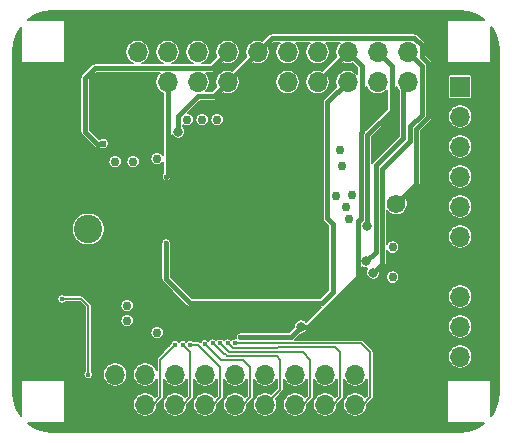
<source format=gbl>
G04 #@! TF.GenerationSoftware,KiCad,Pcbnew,(5.1.6)-1*
G04 #@! TF.CreationDate,2021-11-23T16:21:27-08:00*
G04 #@! TF.ProjectId,scum3c-devboard,7363756d-3363-42d6-9465-76626f617264,rev?*
G04 #@! TF.SameCoordinates,Original*
G04 #@! TF.FileFunction,Copper,L2,Bot*
G04 #@! TF.FilePolarity,Positive*
%FSLAX46Y46*%
G04 Gerber Fmt 4.6, Leading zero omitted, Abs format (unit mm)*
G04 Created by KiCad (PCBNEW (5.1.6)-1) date 2021-11-23 16:21:27*
%MOMM*%
%LPD*%
G01*
G04 APERTURE LIST*
G04 #@! TA.AperFunction,ComponentPad*
%ADD10O,1.700000X1.700000*%
G04 #@! TD*
G04 #@! TA.AperFunction,ComponentPad*
%ADD11R,1.700000X1.700000*%
G04 #@! TD*
G04 #@! TA.AperFunction,ComponentPad*
%ADD12C,2.400000*%
G04 #@! TD*
G04 #@! TA.AperFunction,ComponentPad*
%ADD13C,1.574800*%
G04 #@! TD*
G04 #@! TA.AperFunction,ComponentPad*
%ADD14C,0.762000*%
G04 #@! TD*
G04 #@! TA.AperFunction,ComponentPad*
%ADD15C,0.568750*%
G04 #@! TD*
G04 #@! TA.AperFunction,ViaPad*
%ADD16C,0.406400*%
G04 #@! TD*
G04 #@! TA.AperFunction,ViaPad*
%ADD17C,0.812800*%
G04 #@! TD*
G04 #@! TA.AperFunction,ViaPad*
%ADD18C,0.609600*%
G04 #@! TD*
G04 #@! TA.AperFunction,Conductor*
%ADD19C,0.406400*%
G04 #@! TD*
G04 #@! TA.AperFunction,Conductor*
%ADD20C,0.203200*%
G04 #@! TD*
G04 #@! TA.AperFunction,Conductor*
%ADD21C,0.127000*%
G04 #@! TD*
G04 APERTURE END LIST*
D10*
G04 #@! TO.P,J3,10*
G04 #@! TO.N,/RsTx*
X114300000Y-80264000D03*
G04 #@! TO.P,J3,9*
G04 #@! TO.N,/RsRx*
X114300000Y-77724000D03*
G04 #@! TO.P,J3,8*
G04 #@! TO.N,/3WB_CLK*
X114300000Y-75184000D03*
G04 #@! TO.P,J3,7*
G04 #@! TO.N,GND*
X114300000Y-72644000D03*
G04 #@! TO.P,J3,6*
G04 #@! TO.N,/3WB_ENB*
X114300000Y-70104000D03*
G04 #@! TO.P,J3,5*
G04 #@! TO.N,/3WB_DATA*
X114300000Y-67564000D03*
G04 #@! TO.P,J3,4*
G04 #@! TO.N,/HARD_RESET*
X114300000Y-65024000D03*
G04 #@! TO.P,J3,3*
G04 #@! TO.N,+NRF_GND*
X114300000Y-62484000D03*
G04 #@! TO.P,J3,2*
G04 #@! TO.N,+NRF_VDDD*
X114300000Y-59944000D03*
D11*
G04 #@! TO.P,J3,1*
G04 #@! TO.N,+VBAT*
X114300000Y-57404000D03*
G04 #@! TD*
D12*
G04 #@! TO.P,J4,1*
G04 #@! TO.N,/scumsheet/ANTENNA*
X82804000Y-69469000D03*
G04 #@! TO.P,J4,2*
G04 #@! TO.N,GND*
X80264000Y-66929000D03*
G04 #@! TO.P,J4,3*
X85344000Y-66929000D03*
G04 #@! TO.P,J4,4*
X80264000Y-72009000D03*
G04 #@! TO.P,J4,5*
X85344000Y-72009000D03*
G04 #@! TD*
D13*
G04 #@! TO.P,B1,2*
G04 #@! TO.N,+EXT_BAT*
X108889800Y-67310000D03*
G04 #@! TO.P,B1,1*
G04 #@! TO.N,GND*
X88392000Y-67310000D03*
G04 #@! TD*
D11*
G04 #@! TO.P,J1,1*
G04 #@! TO.N,GND*
X84455000Y-57023000D03*
D10*
G04 #@! TO.P,J1,2*
X84455000Y-54483000D03*
G04 #@! TO.P,J1,3*
X86995000Y-57023000D03*
G04 #@! TO.P,J1,4*
G04 #@! TO.N,+1.8V_REG*
X86995000Y-54483000D03*
G04 #@! TO.P,J1,5*
G04 #@! TO.N,+VBAT*
X89535000Y-57023000D03*
G04 #@! TO.P,J1,6*
G04 #@! TO.N,+1.8V_REG*
X89535000Y-54483000D03*
G04 #@! TO.P,J1,7*
G04 #@! TO.N,+VDDD*
X92075000Y-57023000D03*
G04 #@! TO.P,J1,8*
G04 #@! TO.N,+1.1V_REG*
X92075000Y-54483000D03*
G04 #@! TO.P,J1,9*
G04 #@! TO.N,+EXT_BAT*
X94615000Y-57023000D03*
G04 #@! TO.P,J1,10*
G04 #@! TO.N,/1.1V_IN*
X94615000Y-54483000D03*
G04 #@! TO.P,J1,11*
G04 #@! TO.N,GND*
X97155000Y-57023000D03*
G04 #@! TO.P,J1,12*
G04 #@! TO.N,+EXT_BAT*
X97155000Y-54483000D03*
G04 #@! TO.P,J1,13*
G04 #@! TO.N,+VDDIO*
X99695000Y-57023000D03*
G04 #@! TO.P,J1,14*
G04 #@! TO.N,/IMU_VDDIO*
X99695000Y-54483000D03*
G04 #@! TO.P,J1,15*
G04 #@! TO.N,+VDDIO*
X102235000Y-57023000D03*
G04 #@! TO.P,J1,16*
G04 #@! TO.N,/IMU_VDD*
X102235000Y-54483000D03*
G04 #@! TO.P,J1,17*
G04 #@! TO.N,+VBAT*
X104775000Y-57023000D03*
G04 #@! TO.P,J1,18*
G04 #@! TO.N,+VDDIO*
X104775000Y-54483000D03*
G04 #@! TO.P,J1,19*
G04 #@! TO.N,+VDDD*
X107315000Y-57023000D03*
G04 #@! TO.P,J1,20*
G04 #@! TO.N,/BOOT_SOURCE_SEL*
X107315000Y-54483000D03*
G04 #@! TO.P,J1,21*
G04 #@! TO.N,/SENSOR_EXT_IN*
X109855000Y-57023000D03*
G04 #@! TO.P,J1,22*
G04 #@! TO.N,/SENSOR_LDO_OUTPUT*
X109855000Y-54483000D03*
G04 #@! TD*
D14*
G04 #@! TO.P,J21,1*
G04 #@! TO.N,Net-(J21-Pad1)*
X108585000Y-70993000D03*
G04 #@! TD*
G04 #@! TO.P,J20,1*
G04 #@! TO.N,Net-(J20-Pad1)*
X104140000Y-62738000D03*
G04 #@! TD*
G04 #@! TO.P,J19,1*
G04 #@! TO.N,Net-(J19-Pad1)*
X93726000Y-60198000D03*
G04 #@! TD*
G04 #@! TO.P,J18,1*
G04 #@! TO.N,Net-(J18-Pad1)*
X92456000Y-60198000D03*
G04 #@! TD*
G04 #@! TO.P,J14,1*
G04 #@! TO.N,Net-(J14-Pad1)*
X91186000Y-60198000D03*
G04 #@! TD*
G04 #@! TO.P,J12,1*
G04 #@! TO.N,Net-(J12-Pad1)*
X86106000Y-77216000D03*
G04 #@! TD*
G04 #@! TO.P,J17,1*
G04 #@! TO.N,Net-(J17-Pad1)*
X108585000Y-73533000D03*
G04 #@! TD*
G04 #@! TO.P,J16,1*
G04 #@! TO.N,Net-(J16-Pad1)*
X105156000Y-66548000D03*
G04 #@! TD*
G04 #@! TO.P,J15,1*
G04 #@! TO.N,Net-(J15-Pad1)*
X103759000Y-66675000D03*
G04 #@! TD*
G04 #@! TO.P,J13,1*
G04 #@! TO.N,Net-(J13-Pad1)*
X88646000Y-78232000D03*
G04 #@! TD*
G04 #@! TO.P,J11,1*
G04 #@! TO.N,Net-(J11-Pad1)*
X86106000Y-75946000D03*
G04 #@! TD*
G04 #@! TO.P,J10,1*
G04 #@! TO.N,Net-(J10-Pad1)*
X104648000Y-67564000D03*
G04 #@! TD*
G04 #@! TO.P,J9,1*
G04 #@! TO.N,Net-(J9-Pad1)*
X104902000Y-68580000D03*
G04 #@! TD*
G04 #@! TO.P,J8,1*
G04 #@! TO.N,Net-(J8-Pad1)*
X85090000Y-63754000D03*
G04 #@! TD*
G04 #@! TO.P,J7,1*
G04 #@! TO.N,Net-(J7-Pad1)*
X86614000Y-63754000D03*
G04 #@! TD*
G04 #@! TO.P,J6,1*
G04 #@! TO.N,Net-(J6-Pad1)*
X88646000Y-63500000D03*
G04 #@! TD*
G04 #@! TO.P,J5,1*
G04 #@! TO.N,Net-(J5-Pad1)*
X104267000Y-64135000D03*
G04 #@! TD*
G04 #@! TO.P,GND6,1*
G04 #@! TO.N,GND*
X106680000Y-59944000D03*
G04 #@! TD*
G04 #@! TO.P,GND5,1*
G04 #@! TO.N,GND*
X106680000Y-74422000D03*
G04 #@! TD*
G04 #@! TO.P,GND4,1*
G04 #@! TO.N,GND*
X107188000Y-62992000D03*
G04 #@! TD*
G04 #@! TO.P,GND3,1*
G04 #@! TO.N,GND*
X90678000Y-76962000D03*
G04 #@! TD*
G04 #@! TO.P,GND2,1*
G04 #@! TO.N,GND*
X84328000Y-76708000D03*
G04 #@! TD*
G04 #@! TO.P,GND1,1*
G04 #@! TO.N,GND*
X98552000Y-77724000D03*
G04 #@! TD*
D10*
G04 #@! TO.P,J2,20*
G04 #@! TO.N,GND*
X107950000Y-81788000D03*
G04 #@! TO.P,J2,19*
X107950000Y-84328000D03*
G04 #@! TO.P,J2,18*
G04 #@! TO.N,/GPIO15*
X105410000Y-81788000D03*
G04 #@! TO.P,J2,17*
G04 #@! TO.N,/GPIO7*
X105410000Y-84328000D03*
G04 #@! TO.P,J2,16*
G04 #@! TO.N,/GPIO14*
X102870000Y-81788000D03*
G04 #@! TO.P,J2,15*
G04 #@! TO.N,/GPIO6*
X102870000Y-84328000D03*
G04 #@! TO.P,J2,14*
G04 #@! TO.N,/GPIO13*
X100330000Y-81788000D03*
G04 #@! TO.P,J2,13*
G04 #@! TO.N,/GPIO5*
X100330000Y-84328000D03*
G04 #@! TO.P,J2,12*
G04 #@! TO.N,/GPIO12*
X97790000Y-81788000D03*
G04 #@! TO.P,J2,11*
G04 #@! TO.N,/GPIO4*
X97790000Y-84328000D03*
G04 #@! TO.P,J2,10*
G04 #@! TO.N,/GPIO11*
X95250000Y-81788000D03*
G04 #@! TO.P,J2,9*
G04 #@! TO.N,/GPIO3*
X95250000Y-84328000D03*
G04 #@! TO.P,J2,8*
G04 #@! TO.N,/GPIO10*
X92710000Y-81788000D03*
G04 #@! TO.P,J2,7*
G04 #@! TO.N,/GPIO2*
X92710000Y-84328000D03*
G04 #@! TO.P,J2,6*
G04 #@! TO.N,/GPIO9*
X90170000Y-81788000D03*
G04 #@! TO.P,J2,5*
G04 #@! TO.N,/GPIO1*
X90170000Y-84328000D03*
G04 #@! TO.P,J2,4*
G04 #@! TO.N,/GPIO8*
X87630000Y-81788000D03*
G04 #@! TO.P,J2,3*
G04 #@! TO.N,/GPIO0*
X87630000Y-84328000D03*
G04 #@! TO.P,J2,2*
G04 #@! TO.N,/GPIO1*
X85090000Y-81788000D03*
D11*
G04 #@! TO.P,J2,1*
G04 #@! TO.N,GND*
X85090000Y-84328000D03*
G04 #@! TD*
D15*
G04 #@! TO.P,U1,101*
G04 #@! TO.N,GND*
X100501250Y-72619250D03*
X100501250Y-71481750D03*
X100501250Y-70344250D03*
X100501250Y-69206750D03*
X100501250Y-68069250D03*
X100501250Y-66931750D03*
X100501250Y-65794250D03*
X100501250Y-64656750D03*
X99363750Y-72619250D03*
X99363750Y-71481750D03*
X99363750Y-70344250D03*
X99363750Y-69206750D03*
X99363750Y-68069250D03*
X99363750Y-66931750D03*
X99363750Y-65794250D03*
X99363750Y-64656750D03*
X98226250Y-72619250D03*
X98226250Y-71481750D03*
X98226250Y-70344250D03*
X98226250Y-69206750D03*
X98226250Y-68069250D03*
X98226250Y-66931750D03*
X98226250Y-65794250D03*
X98226250Y-64656750D03*
X97088750Y-72619250D03*
X97088750Y-71481750D03*
X97088750Y-70344250D03*
X97088750Y-69206750D03*
X97088750Y-68069250D03*
X97088750Y-66931750D03*
X97088750Y-65794250D03*
X97088750Y-64656750D03*
X95951250Y-72619250D03*
X95951250Y-71481750D03*
X95951250Y-70344250D03*
X95951250Y-69206750D03*
X95951250Y-68069250D03*
X95951250Y-66931750D03*
X95951250Y-65794250D03*
X95951250Y-64656750D03*
X94813750Y-72619250D03*
X94813750Y-71481750D03*
X94813750Y-70344250D03*
X94813750Y-69206750D03*
X94813750Y-68069250D03*
X94813750Y-66931750D03*
X94813750Y-65794250D03*
X94813750Y-64656750D03*
X93676250Y-72619250D03*
X93676250Y-71481750D03*
X93676250Y-70344250D03*
X93676250Y-69206750D03*
X93676250Y-68069250D03*
X93676250Y-66931750D03*
X93676250Y-65794250D03*
X93676250Y-64656750D03*
X92538750Y-72619250D03*
X92538750Y-71481750D03*
X92538750Y-70344250D03*
X92538750Y-69206750D03*
X92538750Y-68069250D03*
X92538750Y-66931750D03*
X92538750Y-65794250D03*
X92538750Y-64656750D03*
G04 #@! TD*
D16*
G04 #@! TO.N,GND*
X89535000Y-79248000D03*
G04 #@! TO.N,+VBAT*
X103505000Y-70358000D03*
X103505000Y-69006200D03*
X89408000Y-65024000D03*
X91440000Y-75692000D03*
X89408000Y-70612000D03*
G04 #@! TO.N,+VDDIO*
X95688200Y-78613000D03*
D17*
X100838000Y-77724000D03*
D16*
G04 #@! TO.N,/GPIO7*
X95250000Y-79120990D03*
G04 #@! TO.N,/GPIO5*
X93980000Y-79120990D03*
G04 #@! TO.N,/GPIO3*
X92669778Y-79176680D03*
G04 #@! TO.N,/GPIO1*
X90805000Y-79248000D03*
G04 #@! TO.N,/GPIO6*
X94615000Y-79120990D03*
G04 #@! TO.N,/GPIO4*
X93345000Y-79120990D03*
G04 #@! TO.N,/GPIO2*
X91440000Y-79248000D03*
G04 #@! TO.N,/GPIO0*
X90170000Y-79248000D03*
D17*
G04 #@! TO.N,/SENSOR_LDO_OUTPUT*
X106934000Y-73152000D03*
G04 #@! TO.N,/SENSOR_EXT_IN*
X106357987Y-72204013D03*
G04 #@! TO.N,/BOOT_SOURCE_SEL*
X106425990Y-69203000D03*
D16*
G04 #@! TO.N,/GPIO13*
X82804000Y-81788000D03*
X80569329Y-75386671D03*
D17*
G04 #@! TO.N,+EXT_BAT*
X90424000Y-61214000D03*
D18*
G04 #@! TO.N,/1.1V_IN*
X84074000Y-62230000D03*
G04 #@! TD*
D19*
G04 #@! TO.N,+VBAT*
X103505000Y-69006200D02*
X103505000Y-70358000D01*
X91440000Y-75692000D02*
X89408000Y-73660000D01*
X103047799Y-58750201D02*
X104775000Y-57023000D01*
X103047799Y-68548999D02*
X103047799Y-58750201D01*
X103505000Y-69006200D02*
X103047799Y-68548999D01*
X91440000Y-75692000D02*
X102616000Y-75692000D01*
X103505000Y-74803000D02*
X103505000Y-70358000D01*
X102616000Y-75692000D02*
X103505000Y-74803000D01*
X89535000Y-64897000D02*
X89408000Y-65024000D01*
X89535000Y-57023000D02*
X89535000Y-64897000D01*
X89408000Y-73660000D02*
X89408000Y-70612000D01*
G04 #@! TO.N,+VDDIO*
X104775000Y-54483000D02*
X102235000Y-57023000D01*
X105689389Y-71782441D02*
X105689389Y-68808611D01*
X105621386Y-71850444D02*
X105689389Y-71782441D01*
X105689389Y-68808611D02*
X105892580Y-68605420D01*
X105892580Y-61321467D02*
X105892580Y-68605420D01*
X105955201Y-61258846D02*
X105892580Y-61321467D01*
X105955201Y-55663201D02*
X105955201Y-61258846D01*
X104775000Y-54483000D02*
X105955201Y-55663201D01*
X95688200Y-78613000D02*
X99949000Y-78613000D01*
X99949000Y-78613000D02*
X100838000Y-77724000D01*
X105621386Y-73515350D02*
X105621386Y-71850444D01*
X101412736Y-77724000D02*
X105621386Y-73515350D01*
X100838000Y-77724000D02*
X101412736Y-77724000D01*
D20*
G04 #@! TO.N,/GPIO7*
X105410000Y-84328000D02*
X106045000Y-84328000D01*
X106045000Y-84328000D02*
X106680000Y-83693000D01*
X106680000Y-83693000D02*
X106680000Y-79883000D01*
X106680000Y-79883000D02*
X105917990Y-79120990D01*
X95250000Y-79120990D02*
X105917990Y-79120990D01*
G04 #@! TO.N,/GPIO5*
X93980000Y-79120990D02*
X94742010Y-79883000D01*
X94742010Y-79883000D02*
X100965000Y-79883000D01*
X100965000Y-79883000D02*
X101600000Y-80518000D01*
X101600000Y-80518000D02*
X101600000Y-83693000D01*
X100965000Y-84328000D02*
X100330000Y-84328000D01*
X101600000Y-83693000D02*
X100965000Y-84328000D01*
G04 #@! TO.N,/GPIO3*
X92669778Y-79176680D02*
X94036518Y-80543420D01*
X94036518Y-80543420D02*
X95910420Y-80543420D01*
X95910420Y-80543420D02*
X96520000Y-81153000D01*
X96520000Y-81153000D02*
X96520000Y-83693000D01*
X95885000Y-84328000D02*
X95250000Y-84328000D01*
X96520000Y-83693000D02*
X95885000Y-84328000D01*
G04 #@! TO.N,/GPIO1*
X90805000Y-79248000D02*
X91440000Y-79883000D01*
X91440000Y-79883000D02*
X91440000Y-83693000D01*
X91440000Y-83693000D02*
X90805000Y-84328000D01*
X90805000Y-84328000D02*
X90170000Y-84328000D01*
G04 #@! TO.N,/GPIO6*
X98755209Y-79552791D02*
X98856800Y-79451200D01*
X94615000Y-79120990D02*
X95046801Y-79552791D01*
X95046801Y-79552791D02*
X98755209Y-79552791D01*
X98856800Y-79451200D02*
X103708200Y-79451200D01*
X103708200Y-79451200D02*
X104140000Y-79883000D01*
X104140000Y-79883000D02*
X104140000Y-83693000D01*
X102870000Y-84328000D02*
X103505000Y-84328000D01*
X103505000Y-84328000D02*
X104140000Y-83693000D01*
G04 #@! TO.N,/GPIO4*
X93345000Y-79120990D02*
X94276998Y-80052988D01*
X97790000Y-84328000D02*
X99060000Y-83058000D01*
X99060000Y-83058000D02*
X99060000Y-80518000D01*
X99060000Y-80518000D02*
X98755210Y-80213210D01*
X94445011Y-80052988D02*
X94276998Y-80052988D01*
X94605233Y-80213210D02*
X94445011Y-80052988D01*
X98755210Y-80213210D02*
X94605233Y-80213210D01*
G04 #@! TO.N,/GPIO2*
X93980000Y-81153000D02*
X92075000Y-79248000D01*
X93980000Y-83693000D02*
X93980000Y-81153000D01*
X92710000Y-84328000D02*
X93345000Y-84328000D01*
X92075000Y-79248000D02*
X91440000Y-79248000D01*
X93345000Y-84328000D02*
X93980000Y-83693000D01*
G04 #@! TO.N,/GPIO0*
X90170000Y-79248000D02*
X88900000Y-80518000D01*
X88900000Y-80518000D02*
X88900000Y-83693000D01*
X88900000Y-83693000D02*
X88265000Y-84328000D01*
X88265000Y-84328000D02*
X87630000Y-84328000D01*
D19*
G04 #@! TO.N,/SENSOR_LDO_OUTPUT*
X111035201Y-55663201D02*
X109855000Y-54483000D01*
X111035201Y-59779083D02*
X111035201Y-55663201D01*
X106934000Y-73152000D02*
X107696000Y-72390000D01*
X107696000Y-64390778D02*
X110046389Y-62040389D01*
X110046389Y-62040389D02*
X110046389Y-60767894D01*
X107696000Y-72390000D02*
X107696000Y-64390778D01*
X110046389Y-60767894D02*
X111035201Y-59779083D01*
G04 #@! TO.N,/SENSOR_EXT_IN*
X109497312Y-57380688D02*
X109855000Y-57023000D01*
X107162590Y-64069988D02*
X109497312Y-61735266D01*
X109497312Y-61735266D02*
X109497312Y-57380688D01*
X107162590Y-71399410D02*
X107162590Y-64069988D01*
X106357987Y-72204013D02*
X107162590Y-71399410D01*
G04 #@! TO.N,/BOOT_SOURCE_SEL*
X108495201Y-55663201D02*
X107315000Y-54483000D01*
X106425990Y-61542412D02*
X108495201Y-59473201D01*
X108495201Y-59473201D02*
X108495201Y-55663201D01*
X106425990Y-69203000D02*
X106425990Y-61542412D01*
D20*
G04 #@! TO.N,/GPIO13*
X82804000Y-81788000D02*
X82804000Y-75946000D01*
X82804000Y-75946000D02*
X82244671Y-75386671D01*
X82244671Y-75386671D02*
X80569329Y-75386671D01*
D19*
G04 #@! TO.N,+EXT_BAT*
X97155000Y-54483000D02*
X94615000Y-57023000D01*
X111568611Y-60000029D02*
X110579799Y-60988841D01*
X111568611Y-55442256D02*
X111568611Y-60000029D01*
X111035201Y-54908847D02*
X111568611Y-55442256D01*
X111035201Y-53916503D02*
X111035201Y-54908847D01*
X98335201Y-53302799D02*
X110421497Y-53302799D01*
X110421497Y-53302799D02*
X111035201Y-53916503D01*
X97155000Y-54483000D02*
X98335201Y-53302799D01*
X110579799Y-65620001D02*
X110579799Y-60988841D01*
X108889800Y-67310000D02*
X110579799Y-65620001D01*
X93434799Y-58203201D02*
X94615000Y-57023000D01*
X92128221Y-58203201D02*
X93434799Y-58203201D01*
X90424000Y-59907422D02*
X92128221Y-58203201D01*
X90424000Y-61214000D02*
X90424000Y-59907422D01*
G04 #@! TO.N,/1.1V_IN*
X94615000Y-54483000D02*
X93255201Y-55842799D01*
X82550000Y-56642000D02*
X82550000Y-61214000D01*
X93255201Y-55842799D02*
X83349201Y-55842799D01*
X83349201Y-55842799D02*
X82550000Y-56642000D01*
X83566000Y-62230000D02*
X84074000Y-62230000D01*
X82550000Y-61214000D02*
X83566000Y-62230000D01*
G04 #@! TD*
D21*
G04 #@! TO.N,GND*
G36*
X114943603Y-51105562D02*
G01*
X115562691Y-51292476D01*
X116133684Y-51596078D01*
X116325477Y-51752500D01*
X113284000Y-51752500D01*
X113271612Y-51753720D01*
X113259700Y-51757334D01*
X113248721Y-51763202D01*
X113239099Y-51771099D01*
X113231202Y-51780721D01*
X113225334Y-51791700D01*
X113221720Y-51803612D01*
X113220500Y-51816000D01*
X113220500Y-55372000D01*
X113221720Y-55384388D01*
X113225334Y-55396300D01*
X113231202Y-55407279D01*
X113239099Y-55416901D01*
X113248721Y-55424798D01*
X113259700Y-55430666D01*
X113271612Y-55434280D01*
X113284000Y-55435500D01*
X116840000Y-55435500D01*
X116852388Y-55434280D01*
X116864300Y-55430666D01*
X116875279Y-55424798D01*
X116884901Y-55416901D01*
X116892798Y-55407279D01*
X116898666Y-55396300D01*
X116902280Y-55384388D01*
X116903500Y-55372000D01*
X116903500Y-52329566D01*
X117047052Y-52503091D01*
X117354631Y-53071947D01*
X117545865Y-53689722D01*
X117614657Y-54344237D01*
X117614700Y-54356560D01*
X117614701Y-83300193D01*
X117550438Y-83955602D01*
X117363524Y-84574691D01*
X117059919Y-85145689D01*
X116903500Y-85337477D01*
X116903500Y-82296000D01*
X116902280Y-82283612D01*
X116898666Y-82271700D01*
X116892798Y-82260721D01*
X116884901Y-82251099D01*
X116875279Y-82243202D01*
X116864300Y-82237334D01*
X116852388Y-82233720D01*
X116840000Y-82232500D01*
X113284000Y-82232500D01*
X113271612Y-82233720D01*
X113259700Y-82237334D01*
X113248721Y-82243202D01*
X113239099Y-82251099D01*
X113231202Y-82260721D01*
X113225334Y-82271700D01*
X113221720Y-82283612D01*
X113220500Y-82296000D01*
X113220500Y-85852000D01*
X113221720Y-85864388D01*
X113225334Y-85876300D01*
X113231202Y-85887279D01*
X113239099Y-85896901D01*
X113248721Y-85904798D01*
X113259700Y-85910666D01*
X113271612Y-85914280D01*
X113284000Y-85915500D01*
X116326434Y-85915500D01*
X116152913Y-86059050D01*
X115584048Y-86366633D01*
X114966277Y-86557866D01*
X114311764Y-86626657D01*
X114299439Y-86626700D01*
X79767797Y-86626700D01*
X79112398Y-86562438D01*
X78493309Y-86375524D01*
X77922311Y-86071919D01*
X77730523Y-85915500D01*
X80772000Y-85915500D01*
X80784388Y-85914280D01*
X80796300Y-85910666D01*
X80807279Y-85904798D01*
X80816901Y-85896901D01*
X80824798Y-85887279D01*
X80830666Y-85876300D01*
X80834280Y-85864388D01*
X80835500Y-85852000D01*
X80835500Y-82296000D01*
X80834280Y-82283612D01*
X80830666Y-82271700D01*
X80824798Y-82260721D01*
X80816901Y-82251099D01*
X80807279Y-82243202D01*
X80796300Y-82237334D01*
X80784388Y-82233720D01*
X80772000Y-82232500D01*
X77216000Y-82232500D01*
X77203612Y-82233720D01*
X77191700Y-82237334D01*
X77180721Y-82243202D01*
X77171099Y-82251099D01*
X77163202Y-82260721D01*
X77157334Y-82271700D01*
X77153720Y-82283612D01*
X77152500Y-82296000D01*
X77152500Y-85338434D01*
X77008950Y-85164913D01*
X76701367Y-84596048D01*
X76510134Y-83978277D01*
X76441343Y-83323764D01*
X76441300Y-83311439D01*
X76441300Y-75347895D01*
X80175629Y-75347895D01*
X80175629Y-75425447D01*
X80190759Y-75501509D01*
X80220437Y-75573158D01*
X80263522Y-75637640D01*
X80318360Y-75692478D01*
X80382842Y-75735563D01*
X80454491Y-75765241D01*
X80530553Y-75780371D01*
X80608105Y-75780371D01*
X80684167Y-75765241D01*
X80755816Y-75735563D01*
X80820298Y-75692478D01*
X80834005Y-75678771D01*
X82123680Y-75678771D01*
X82511901Y-76066993D01*
X82511900Y-81523324D01*
X82498193Y-81537031D01*
X82455108Y-81601513D01*
X82425430Y-81673162D01*
X82410300Y-81749224D01*
X82410300Y-81826776D01*
X82425430Y-81902838D01*
X82455108Y-81974487D01*
X82498193Y-82038969D01*
X82553031Y-82093807D01*
X82617513Y-82136892D01*
X82689162Y-82166570D01*
X82765224Y-82181700D01*
X82842776Y-82181700D01*
X82918838Y-82166570D01*
X82990487Y-82136892D01*
X83054969Y-82093807D01*
X83109807Y-82038969D01*
X83152892Y-81974487D01*
X83182570Y-81902838D01*
X83197700Y-81826776D01*
X83197700Y-81749224D01*
X83185029Y-81685520D01*
X84049500Y-81685520D01*
X84049500Y-81890480D01*
X84089485Y-82091503D01*
X84167920Y-82280862D01*
X84281791Y-82451280D01*
X84426720Y-82596209D01*
X84597138Y-82710080D01*
X84786497Y-82788515D01*
X84987520Y-82828500D01*
X85192480Y-82828500D01*
X85393503Y-82788515D01*
X85582862Y-82710080D01*
X85753280Y-82596209D01*
X85898209Y-82451280D01*
X86012080Y-82280862D01*
X86090515Y-82091503D01*
X86130500Y-81890480D01*
X86130500Y-81685520D01*
X86090515Y-81484497D01*
X86012080Y-81295138D01*
X85898209Y-81124720D01*
X85753280Y-80979791D01*
X85582862Y-80865920D01*
X85393503Y-80787485D01*
X85192480Y-80747500D01*
X84987520Y-80747500D01*
X84786497Y-80787485D01*
X84597138Y-80865920D01*
X84426720Y-80979791D01*
X84281791Y-81124720D01*
X84167920Y-81295138D01*
X84089485Y-81484497D01*
X84049500Y-81685520D01*
X83185029Y-81685520D01*
X83182570Y-81673162D01*
X83152892Y-81601513D01*
X83109807Y-81537031D01*
X83096100Y-81523324D01*
X83096100Y-78175712D01*
X88074500Y-78175712D01*
X88074500Y-78288288D01*
X88096463Y-78398700D01*
X88139543Y-78502707D01*
X88202087Y-78596310D01*
X88281690Y-78675913D01*
X88375293Y-78738457D01*
X88479300Y-78781537D01*
X88589712Y-78803500D01*
X88702288Y-78803500D01*
X88812700Y-78781537D01*
X88916707Y-78738457D01*
X89010310Y-78675913D01*
X89089913Y-78596310D01*
X89152457Y-78502707D01*
X89195537Y-78398700D01*
X89217500Y-78288288D01*
X89217500Y-78175712D01*
X89195537Y-78065300D01*
X89152457Y-77961293D01*
X89089913Y-77867690D01*
X89010310Y-77788087D01*
X88916707Y-77725543D01*
X88812700Y-77682463D01*
X88702288Y-77660500D01*
X88589712Y-77660500D01*
X88479300Y-77682463D01*
X88375293Y-77725543D01*
X88281690Y-77788087D01*
X88202087Y-77867690D01*
X88139543Y-77961293D01*
X88096463Y-78065300D01*
X88074500Y-78175712D01*
X83096100Y-78175712D01*
X83096100Y-77159712D01*
X85534500Y-77159712D01*
X85534500Y-77272288D01*
X85556463Y-77382700D01*
X85599543Y-77486707D01*
X85662087Y-77580310D01*
X85741690Y-77659913D01*
X85835293Y-77722457D01*
X85939300Y-77765537D01*
X86049712Y-77787500D01*
X86162288Y-77787500D01*
X86272700Y-77765537D01*
X86376707Y-77722457D01*
X86470310Y-77659913D01*
X86549913Y-77580310D01*
X86612457Y-77486707D01*
X86655537Y-77382700D01*
X86677500Y-77272288D01*
X86677500Y-77159712D01*
X86655537Y-77049300D01*
X86612457Y-76945293D01*
X86549913Y-76851690D01*
X86470310Y-76772087D01*
X86376707Y-76709543D01*
X86272700Y-76666463D01*
X86162288Y-76644500D01*
X86049712Y-76644500D01*
X85939300Y-76666463D01*
X85835293Y-76709543D01*
X85741690Y-76772087D01*
X85662087Y-76851690D01*
X85599543Y-76945293D01*
X85556463Y-77049300D01*
X85534500Y-77159712D01*
X83096100Y-77159712D01*
X83096100Y-75960346D01*
X83097513Y-75946000D01*
X83091969Y-75889712D01*
X85534500Y-75889712D01*
X85534500Y-76002288D01*
X85556463Y-76112700D01*
X85599543Y-76216707D01*
X85662087Y-76310310D01*
X85741690Y-76389913D01*
X85835293Y-76452457D01*
X85939300Y-76495537D01*
X86049712Y-76517500D01*
X86162288Y-76517500D01*
X86272700Y-76495537D01*
X86376707Y-76452457D01*
X86470310Y-76389913D01*
X86549913Y-76310310D01*
X86612457Y-76216707D01*
X86655537Y-76112700D01*
X86677500Y-76002288D01*
X86677500Y-75889712D01*
X86655537Y-75779300D01*
X86612457Y-75675293D01*
X86549913Y-75581690D01*
X86470310Y-75502087D01*
X86376707Y-75439543D01*
X86272700Y-75396463D01*
X86162288Y-75374500D01*
X86049712Y-75374500D01*
X85939300Y-75396463D01*
X85835293Y-75439543D01*
X85741690Y-75502087D01*
X85662087Y-75581690D01*
X85599543Y-75675293D01*
X85556463Y-75779300D01*
X85534500Y-75889712D01*
X83091969Y-75889712D01*
X83091873Y-75888738D01*
X83075171Y-75833677D01*
X83048047Y-75782933D01*
X83020690Y-75749598D01*
X83020689Y-75749597D01*
X83011545Y-75738455D01*
X83000403Y-75729311D01*
X82461364Y-75190273D01*
X82452216Y-75179126D01*
X82407738Y-75142624D01*
X82356994Y-75115500D01*
X82301933Y-75098798D01*
X82259017Y-75094571D01*
X82259009Y-75094571D01*
X82244671Y-75093159D01*
X82230333Y-75094571D01*
X80834005Y-75094571D01*
X80820298Y-75080864D01*
X80755816Y-75037779D01*
X80684167Y-75008101D01*
X80608105Y-74992971D01*
X80530553Y-74992971D01*
X80454491Y-75008101D01*
X80382842Y-75037779D01*
X80318360Y-75080864D01*
X80263522Y-75135702D01*
X80220437Y-75200184D01*
X80190759Y-75271833D01*
X80175629Y-75347895D01*
X76441300Y-75347895D01*
X76441300Y-69332048D01*
X81413500Y-69332048D01*
X81413500Y-69605952D01*
X81466936Y-69874594D01*
X81571755Y-70127649D01*
X81723928Y-70355392D01*
X81917608Y-70549072D01*
X82145351Y-70701245D01*
X82398406Y-70806064D01*
X82667048Y-70859500D01*
X82940952Y-70859500D01*
X83209594Y-70806064D01*
X83462649Y-70701245D01*
X83690392Y-70549072D01*
X83884072Y-70355392D01*
X84036245Y-70127649D01*
X84141064Y-69874594D01*
X84194500Y-69605952D01*
X84194500Y-69332048D01*
X84141064Y-69063406D01*
X84036245Y-68810351D01*
X83884072Y-68582608D01*
X83690392Y-68388928D01*
X83462649Y-68236755D01*
X83209594Y-68131936D01*
X82940952Y-68078500D01*
X82667048Y-68078500D01*
X82398406Y-68131936D01*
X82145351Y-68236755D01*
X81917608Y-68388928D01*
X81723928Y-68582608D01*
X81571755Y-68810351D01*
X81466936Y-69063406D01*
X81413500Y-69332048D01*
X76441300Y-69332048D01*
X76441300Y-63697712D01*
X84518500Y-63697712D01*
X84518500Y-63810288D01*
X84540463Y-63920700D01*
X84583543Y-64024707D01*
X84646087Y-64118310D01*
X84725690Y-64197913D01*
X84819293Y-64260457D01*
X84923300Y-64303537D01*
X85033712Y-64325500D01*
X85146288Y-64325500D01*
X85256700Y-64303537D01*
X85360707Y-64260457D01*
X85454310Y-64197913D01*
X85533913Y-64118310D01*
X85596457Y-64024707D01*
X85639537Y-63920700D01*
X85661500Y-63810288D01*
X85661500Y-63697712D01*
X86042500Y-63697712D01*
X86042500Y-63810288D01*
X86064463Y-63920700D01*
X86107543Y-64024707D01*
X86170087Y-64118310D01*
X86249690Y-64197913D01*
X86343293Y-64260457D01*
X86447300Y-64303537D01*
X86557712Y-64325500D01*
X86670288Y-64325500D01*
X86780700Y-64303537D01*
X86884707Y-64260457D01*
X86978310Y-64197913D01*
X87057913Y-64118310D01*
X87120457Y-64024707D01*
X87163537Y-63920700D01*
X87185500Y-63810288D01*
X87185500Y-63697712D01*
X87163537Y-63587300D01*
X87120457Y-63483293D01*
X87057913Y-63389690D01*
X86978310Y-63310087D01*
X86884707Y-63247543D01*
X86780700Y-63204463D01*
X86670288Y-63182500D01*
X86557712Y-63182500D01*
X86447300Y-63204463D01*
X86343293Y-63247543D01*
X86249690Y-63310087D01*
X86170087Y-63389690D01*
X86107543Y-63483293D01*
X86064463Y-63587300D01*
X86042500Y-63697712D01*
X85661500Y-63697712D01*
X85639537Y-63587300D01*
X85596457Y-63483293D01*
X85533913Y-63389690D01*
X85454310Y-63310087D01*
X85360707Y-63247543D01*
X85256700Y-63204463D01*
X85146288Y-63182500D01*
X85033712Y-63182500D01*
X84923300Y-63204463D01*
X84819293Y-63247543D01*
X84725690Y-63310087D01*
X84646087Y-63389690D01*
X84583543Y-63483293D01*
X84540463Y-63587300D01*
X84518500Y-63697712D01*
X76441300Y-63697712D01*
X76441300Y-56642000D01*
X82154397Y-56642000D01*
X82156300Y-56661323D01*
X82156301Y-61194668D01*
X82154397Y-61214000D01*
X82161998Y-61291178D01*
X82184510Y-61365390D01*
X82221067Y-61433785D01*
X82257942Y-61478717D01*
X82257946Y-61478721D01*
X82270267Y-61493734D01*
X82285280Y-61506055D01*
X83273944Y-62494720D01*
X83286266Y-62509734D01*
X83301279Y-62522055D01*
X83301282Y-62522058D01*
X83330134Y-62545736D01*
X83346214Y-62558933D01*
X83414609Y-62595490D01*
X83488821Y-62618003D01*
X83546667Y-62623700D01*
X83546677Y-62623700D01*
X83566000Y-62625603D01*
X83585322Y-62623700D01*
X83771696Y-62623700D01*
X83839387Y-62668930D01*
X83929526Y-62706266D01*
X84025217Y-62725300D01*
X84122783Y-62725300D01*
X84218474Y-62706266D01*
X84308613Y-62668930D01*
X84389736Y-62614725D01*
X84458725Y-62545736D01*
X84512930Y-62464613D01*
X84550266Y-62374474D01*
X84569300Y-62278783D01*
X84569300Y-62181217D01*
X84550266Y-62085526D01*
X84512930Y-61995387D01*
X84458725Y-61914264D01*
X84389736Y-61845275D01*
X84308613Y-61791070D01*
X84218474Y-61753734D01*
X84122783Y-61734700D01*
X84025217Y-61734700D01*
X83929526Y-61753734D01*
X83839387Y-61791070D01*
X83771696Y-61836300D01*
X83729076Y-61836300D01*
X82943700Y-61050925D01*
X82943700Y-56805075D01*
X83512277Y-56236499D01*
X88850012Y-56236499D01*
X88726791Y-56359720D01*
X88612920Y-56530138D01*
X88534485Y-56719497D01*
X88494500Y-56920520D01*
X88494500Y-57125480D01*
X88534485Y-57326503D01*
X88612920Y-57515862D01*
X88726791Y-57686280D01*
X88871720Y-57831209D01*
X89042138Y-57945080D01*
X89141300Y-57986154D01*
X89141301Y-63212597D01*
X89089913Y-63135690D01*
X89010310Y-63056087D01*
X88916707Y-62993543D01*
X88812700Y-62950463D01*
X88702288Y-62928500D01*
X88589712Y-62928500D01*
X88479300Y-62950463D01*
X88375293Y-62993543D01*
X88281690Y-63056087D01*
X88202087Y-63135690D01*
X88139543Y-63229293D01*
X88096463Y-63333300D01*
X88074500Y-63443712D01*
X88074500Y-63556288D01*
X88096463Y-63666700D01*
X88139543Y-63770707D01*
X88202087Y-63864310D01*
X88281690Y-63943913D01*
X88375293Y-64006457D01*
X88479300Y-64049537D01*
X88589712Y-64071500D01*
X88702288Y-64071500D01*
X88812700Y-64049537D01*
X88916707Y-64006457D01*
X89010310Y-63943913D01*
X89089913Y-63864310D01*
X89141301Y-63787403D01*
X89141301Y-64733923D01*
X89102193Y-64773031D01*
X89091388Y-64789202D01*
X89079067Y-64804215D01*
X89069911Y-64821345D01*
X89059108Y-64837513D01*
X89051665Y-64855481D01*
X89042510Y-64872610D01*
X89036873Y-64891194D01*
X89029430Y-64909162D01*
X89025636Y-64928237D01*
X89019998Y-64946822D01*
X89018095Y-64966147D01*
X89014300Y-64985224D01*
X89014300Y-65004678D01*
X89012397Y-65024000D01*
X89014300Y-65043322D01*
X89014300Y-65062776D01*
X89018095Y-65081853D01*
X89019998Y-65101178D01*
X89025636Y-65119763D01*
X89029430Y-65138838D01*
X89036873Y-65156806D01*
X89042510Y-65175390D01*
X89051665Y-65192519D01*
X89059108Y-65210487D01*
X89069911Y-65226655D01*
X89079067Y-65243785D01*
X89091389Y-65258799D01*
X89102193Y-65274969D01*
X89115946Y-65288722D01*
X89128266Y-65303734D01*
X89143278Y-65316054D01*
X89157031Y-65329807D01*
X89173201Y-65340611D01*
X89188215Y-65352933D01*
X89205345Y-65362089D01*
X89221513Y-65372892D01*
X89239481Y-65380335D01*
X89256610Y-65389490D01*
X89275194Y-65395127D01*
X89293162Y-65402570D01*
X89312237Y-65406364D01*
X89330822Y-65412002D01*
X89350147Y-65413905D01*
X89369224Y-65417700D01*
X89388678Y-65417700D01*
X89408000Y-65419603D01*
X89427322Y-65417700D01*
X89446776Y-65417700D01*
X89465853Y-65413905D01*
X89485178Y-65412002D01*
X89503763Y-65406364D01*
X89522838Y-65402570D01*
X89540806Y-65395127D01*
X89559390Y-65389490D01*
X89576519Y-65380335D01*
X89594487Y-65372892D01*
X89610655Y-65362089D01*
X89627785Y-65352933D01*
X89642798Y-65340612D01*
X89658969Y-65329807D01*
X89713807Y-65274969D01*
X89713809Y-65274966D01*
X89799715Y-65189060D01*
X89814734Y-65176734D01*
X89863933Y-65116786D01*
X89900490Y-65048391D01*
X89923003Y-64974179D01*
X89928700Y-64916333D01*
X89928700Y-64916323D01*
X89930603Y-64897001D01*
X89928700Y-64877678D01*
X89928700Y-61547122D01*
X89960358Y-61594501D01*
X90043499Y-61677642D01*
X90141262Y-61742966D01*
X90249891Y-61787961D01*
X90365210Y-61810900D01*
X90482790Y-61810900D01*
X90598109Y-61787961D01*
X90706738Y-61742966D01*
X90804501Y-61677642D01*
X90887642Y-61594501D01*
X90952966Y-61496738D01*
X90997961Y-61388109D01*
X91020900Y-61272790D01*
X91020900Y-61155210D01*
X90997961Y-61039891D01*
X90952966Y-60931262D01*
X90887642Y-60833499D01*
X90817700Y-60763557D01*
X90817700Y-60637923D01*
X90821690Y-60641913D01*
X90915293Y-60704457D01*
X91019300Y-60747537D01*
X91129712Y-60769500D01*
X91242288Y-60769500D01*
X91352700Y-60747537D01*
X91456707Y-60704457D01*
X91550310Y-60641913D01*
X91629913Y-60562310D01*
X91692457Y-60468707D01*
X91735537Y-60364700D01*
X91757500Y-60254288D01*
X91757500Y-60141712D01*
X91884500Y-60141712D01*
X91884500Y-60254288D01*
X91906463Y-60364700D01*
X91949543Y-60468707D01*
X92012087Y-60562310D01*
X92091690Y-60641913D01*
X92185293Y-60704457D01*
X92289300Y-60747537D01*
X92399712Y-60769500D01*
X92512288Y-60769500D01*
X92622700Y-60747537D01*
X92726707Y-60704457D01*
X92820310Y-60641913D01*
X92899913Y-60562310D01*
X92962457Y-60468707D01*
X93005537Y-60364700D01*
X93027500Y-60254288D01*
X93027500Y-60141712D01*
X93154500Y-60141712D01*
X93154500Y-60254288D01*
X93176463Y-60364700D01*
X93219543Y-60468707D01*
X93282087Y-60562310D01*
X93361690Y-60641913D01*
X93455293Y-60704457D01*
X93559300Y-60747537D01*
X93669712Y-60769500D01*
X93782288Y-60769500D01*
X93892700Y-60747537D01*
X93996707Y-60704457D01*
X94090310Y-60641913D01*
X94169913Y-60562310D01*
X94232457Y-60468707D01*
X94275537Y-60364700D01*
X94297500Y-60254288D01*
X94297500Y-60141712D01*
X94275537Y-60031300D01*
X94232457Y-59927293D01*
X94169913Y-59833690D01*
X94090310Y-59754087D01*
X93996707Y-59691543D01*
X93892700Y-59648463D01*
X93782288Y-59626500D01*
X93669712Y-59626500D01*
X93559300Y-59648463D01*
X93455293Y-59691543D01*
X93361690Y-59754087D01*
X93282087Y-59833690D01*
X93219543Y-59927293D01*
X93176463Y-60031300D01*
X93154500Y-60141712D01*
X93027500Y-60141712D01*
X93005537Y-60031300D01*
X92962457Y-59927293D01*
X92899913Y-59833690D01*
X92820310Y-59754087D01*
X92726707Y-59691543D01*
X92622700Y-59648463D01*
X92512288Y-59626500D01*
X92399712Y-59626500D01*
X92289300Y-59648463D01*
X92185293Y-59691543D01*
X92091690Y-59754087D01*
X92012087Y-59833690D01*
X91949543Y-59927293D01*
X91906463Y-60031300D01*
X91884500Y-60141712D01*
X91757500Y-60141712D01*
X91735537Y-60031300D01*
X91692457Y-59927293D01*
X91629913Y-59833690D01*
X91550310Y-59754087D01*
X91456707Y-59691543D01*
X91352700Y-59648463D01*
X91258477Y-59629720D01*
X92291297Y-58596901D01*
X93415477Y-58596901D01*
X93434799Y-58598804D01*
X93454121Y-58596901D01*
X93454132Y-58596901D01*
X93511978Y-58591204D01*
X93586190Y-58568691D01*
X93654585Y-58532134D01*
X93714533Y-58482935D01*
X93726859Y-58467916D01*
X94212335Y-57982441D01*
X94311497Y-58023515D01*
X94512520Y-58063500D01*
X94717480Y-58063500D01*
X94918503Y-58023515D01*
X95107862Y-57945080D01*
X95278280Y-57831209D01*
X95423209Y-57686280D01*
X95537080Y-57515862D01*
X95615515Y-57326503D01*
X95655500Y-57125480D01*
X95655500Y-56920520D01*
X98654500Y-56920520D01*
X98654500Y-57125480D01*
X98694485Y-57326503D01*
X98772920Y-57515862D01*
X98886791Y-57686280D01*
X99031720Y-57831209D01*
X99202138Y-57945080D01*
X99391497Y-58023515D01*
X99592520Y-58063500D01*
X99797480Y-58063500D01*
X99998503Y-58023515D01*
X100187862Y-57945080D01*
X100358280Y-57831209D01*
X100503209Y-57686280D01*
X100617080Y-57515862D01*
X100695515Y-57326503D01*
X100735500Y-57125480D01*
X100735500Y-56920520D01*
X100695515Y-56719497D01*
X100617080Y-56530138D01*
X100503209Y-56359720D01*
X100358280Y-56214791D01*
X100187862Y-56100920D01*
X99998503Y-56022485D01*
X99797480Y-55982500D01*
X99592520Y-55982500D01*
X99391497Y-56022485D01*
X99202138Y-56100920D01*
X99031720Y-56214791D01*
X98886791Y-56359720D01*
X98772920Y-56530138D01*
X98694485Y-56719497D01*
X98654500Y-56920520D01*
X95655500Y-56920520D01*
X95615515Y-56719497D01*
X95574441Y-56620335D01*
X96752335Y-55442441D01*
X96851497Y-55483515D01*
X97052520Y-55523500D01*
X97257480Y-55523500D01*
X97458503Y-55483515D01*
X97647862Y-55405080D01*
X97818280Y-55291209D01*
X97963209Y-55146280D01*
X98077080Y-54975862D01*
X98155515Y-54786503D01*
X98195500Y-54585480D01*
X98195500Y-54380520D01*
X98155515Y-54179497D01*
X98114441Y-54080335D01*
X98498277Y-53696499D01*
X99010012Y-53696499D01*
X98886791Y-53819720D01*
X98772920Y-53990138D01*
X98694485Y-54179497D01*
X98654500Y-54380520D01*
X98654500Y-54585480D01*
X98694485Y-54786503D01*
X98772920Y-54975862D01*
X98886791Y-55146280D01*
X99031720Y-55291209D01*
X99202138Y-55405080D01*
X99391497Y-55483515D01*
X99592520Y-55523500D01*
X99797480Y-55523500D01*
X99998503Y-55483515D01*
X100187862Y-55405080D01*
X100358280Y-55291209D01*
X100503209Y-55146280D01*
X100617080Y-54975862D01*
X100695515Y-54786503D01*
X100735500Y-54585480D01*
X100735500Y-54380520D01*
X100695515Y-54179497D01*
X100617080Y-53990138D01*
X100503209Y-53819720D01*
X100379988Y-53696499D01*
X101550012Y-53696499D01*
X101426791Y-53819720D01*
X101312920Y-53990138D01*
X101234485Y-54179497D01*
X101194500Y-54380520D01*
X101194500Y-54585480D01*
X101234485Y-54786503D01*
X101312920Y-54975862D01*
X101426791Y-55146280D01*
X101571720Y-55291209D01*
X101742138Y-55405080D01*
X101931497Y-55483515D01*
X102132520Y-55523500D01*
X102337480Y-55523500D01*
X102538503Y-55483515D01*
X102727862Y-55405080D01*
X102898280Y-55291209D01*
X103043209Y-55146280D01*
X103157080Y-54975862D01*
X103235515Y-54786503D01*
X103275500Y-54585480D01*
X103275500Y-54380520D01*
X103235515Y-54179497D01*
X103157080Y-53990138D01*
X103043209Y-53819720D01*
X102919988Y-53696499D01*
X104090012Y-53696499D01*
X103966791Y-53819720D01*
X103852920Y-53990138D01*
X103774485Y-54179497D01*
X103734500Y-54380520D01*
X103734500Y-54585480D01*
X103774485Y-54786503D01*
X103815559Y-54885665D01*
X102637665Y-56063559D01*
X102538503Y-56022485D01*
X102337480Y-55982500D01*
X102132520Y-55982500D01*
X101931497Y-56022485D01*
X101742138Y-56100920D01*
X101571720Y-56214791D01*
X101426791Y-56359720D01*
X101312920Y-56530138D01*
X101234485Y-56719497D01*
X101194500Y-56920520D01*
X101194500Y-57125480D01*
X101234485Y-57326503D01*
X101312920Y-57515862D01*
X101426791Y-57686280D01*
X101571720Y-57831209D01*
X101742138Y-57945080D01*
X101931497Y-58023515D01*
X102132520Y-58063500D01*
X102337480Y-58063500D01*
X102538503Y-58023515D01*
X102727862Y-57945080D01*
X102898280Y-57831209D01*
X103043209Y-57686280D01*
X103157080Y-57515862D01*
X103235515Y-57326503D01*
X103275500Y-57125480D01*
X103275500Y-56920520D01*
X103235515Y-56719497D01*
X103194441Y-56620335D01*
X104372335Y-55442441D01*
X104471497Y-55483515D01*
X104672520Y-55523500D01*
X104877480Y-55523500D01*
X105078503Y-55483515D01*
X105177665Y-55442441D01*
X105561501Y-55826277D01*
X105561501Y-56338012D01*
X105438280Y-56214791D01*
X105267862Y-56100920D01*
X105078503Y-56022485D01*
X104877480Y-55982500D01*
X104672520Y-55982500D01*
X104471497Y-56022485D01*
X104282138Y-56100920D01*
X104111720Y-56214791D01*
X103966791Y-56359720D01*
X103852920Y-56530138D01*
X103774485Y-56719497D01*
X103734500Y-56920520D01*
X103734500Y-57125480D01*
X103774485Y-57326503D01*
X103815559Y-57425665D01*
X102783079Y-58458146D01*
X102768066Y-58470467D01*
X102755745Y-58485480D01*
X102755741Y-58485484D01*
X102718866Y-58530416D01*
X102682309Y-58598811D01*
X102659797Y-58673023D01*
X102652196Y-58750201D01*
X102654100Y-58769534D01*
X102654099Y-68529677D01*
X102652196Y-68548999D01*
X102654099Y-68568321D01*
X102654099Y-68568331D01*
X102659796Y-68626177D01*
X102682309Y-68700389D01*
X102718866Y-68768784D01*
X102768065Y-68828733D01*
X102783084Y-68841059D01*
X103111300Y-69169276D01*
X103111301Y-70319219D01*
X103111300Y-70319224D01*
X103111300Y-70396776D01*
X103111301Y-70396781D01*
X103111300Y-74639924D01*
X102452925Y-75298300D01*
X91603076Y-75298300D01*
X89801700Y-73496925D01*
X89801700Y-70573224D01*
X89797907Y-70554158D01*
X89796003Y-70534821D01*
X89790362Y-70516227D01*
X89786570Y-70497162D01*
X89779129Y-70479199D01*
X89773490Y-70460609D01*
X89764333Y-70443477D01*
X89756892Y-70425513D01*
X89746091Y-70409349D01*
X89736933Y-70392214D01*
X89724609Y-70377197D01*
X89713807Y-70361031D01*
X89700055Y-70347279D01*
X89687734Y-70332266D01*
X89672721Y-70319945D01*
X89658969Y-70306193D01*
X89642803Y-70295391D01*
X89627786Y-70283067D01*
X89610651Y-70273909D01*
X89594487Y-70263108D01*
X89576523Y-70255667D01*
X89559391Y-70246510D01*
X89540801Y-70240871D01*
X89522838Y-70233430D01*
X89503773Y-70229638D01*
X89485179Y-70223997D01*
X89465842Y-70222093D01*
X89446776Y-70218300D01*
X89427333Y-70218300D01*
X89408000Y-70216396D01*
X89388667Y-70218300D01*
X89369224Y-70218300D01*
X89350157Y-70222093D01*
X89330822Y-70223997D01*
X89312230Y-70229637D01*
X89293162Y-70233430D01*
X89275196Y-70240872D01*
X89256610Y-70246510D01*
X89239481Y-70255665D01*
X89221513Y-70263108D01*
X89205345Y-70273911D01*
X89188215Y-70283067D01*
X89173203Y-70295388D01*
X89157031Y-70306193D01*
X89143275Y-70319949D01*
X89128267Y-70332266D01*
X89115950Y-70347274D01*
X89102193Y-70361031D01*
X89091387Y-70377204D01*
X89079068Y-70392214D01*
X89069914Y-70409341D01*
X89059108Y-70425513D01*
X89051664Y-70443485D01*
X89042511Y-70460609D01*
X89036874Y-70479190D01*
X89029430Y-70497162D01*
X89025636Y-70516237D01*
X89019998Y-70534821D01*
X89018095Y-70554148D01*
X89014300Y-70573224D01*
X89014300Y-70650776D01*
X89014301Y-70650781D01*
X89014300Y-73640677D01*
X89012397Y-73660000D01*
X89014300Y-73679322D01*
X89014300Y-73679332D01*
X89019997Y-73737178D01*
X89042510Y-73811390D01*
X89079067Y-73879785D01*
X89128266Y-73939734D01*
X89143285Y-73952060D01*
X91134193Y-75942969D01*
X91147945Y-75956721D01*
X91160266Y-75971734D01*
X91175279Y-75984055D01*
X91189031Y-75997807D01*
X91205197Y-76008609D01*
X91220214Y-76020933D01*
X91237349Y-76030091D01*
X91253513Y-76040892D01*
X91271477Y-76048333D01*
X91288609Y-76057490D01*
X91307199Y-76063129D01*
X91325162Y-76070570D01*
X91344227Y-76074362D01*
X91362821Y-76080003D01*
X91382158Y-76081907D01*
X91401224Y-76085700D01*
X91420677Y-76085700D01*
X91440000Y-76087603D01*
X91459322Y-76085700D01*
X102494261Y-76085700D01*
X101269052Y-77310909D01*
X101218501Y-77260358D01*
X101120738Y-77195034D01*
X101012109Y-77150039D01*
X100896790Y-77127100D01*
X100779210Y-77127100D01*
X100663891Y-77150039D01*
X100555262Y-77195034D01*
X100457499Y-77260358D01*
X100374358Y-77343499D01*
X100309034Y-77441262D01*
X100264039Y-77549891D01*
X100241100Y-77665210D01*
X100241100Y-77764124D01*
X99785925Y-78219300D01*
X95649424Y-78219300D01*
X95630358Y-78223093D01*
X95611021Y-78224997D01*
X95592427Y-78230638D01*
X95573362Y-78234430D01*
X95555399Y-78241871D01*
X95536809Y-78247510D01*
X95519677Y-78256667D01*
X95501713Y-78264108D01*
X95485549Y-78274909D01*
X95468414Y-78284067D01*
X95453397Y-78296391D01*
X95437231Y-78307193D01*
X95423479Y-78320945D01*
X95408466Y-78333266D01*
X95396145Y-78348279D01*
X95382393Y-78362031D01*
X95371591Y-78378197D01*
X95359267Y-78393214D01*
X95350109Y-78410349D01*
X95339308Y-78426513D01*
X95331867Y-78444477D01*
X95322710Y-78461609D01*
X95317071Y-78480199D01*
X95309630Y-78498162D01*
X95305838Y-78517227D01*
X95300197Y-78535821D01*
X95298293Y-78555158D01*
X95294500Y-78574224D01*
X95294500Y-78593667D01*
X95292596Y-78613000D01*
X95294500Y-78632333D01*
X95294500Y-78651776D01*
X95298293Y-78670842D01*
X95300197Y-78690179D01*
X95305838Y-78708773D01*
X95309630Y-78727838D01*
X95311255Y-78731761D01*
X95288776Y-78727290D01*
X95211224Y-78727290D01*
X95135162Y-78742420D01*
X95063513Y-78772098D01*
X94999031Y-78815183D01*
X94944193Y-78870021D01*
X94932500Y-78887521D01*
X94920807Y-78870021D01*
X94865969Y-78815183D01*
X94801487Y-78772098D01*
X94729838Y-78742420D01*
X94653776Y-78727290D01*
X94576224Y-78727290D01*
X94500162Y-78742420D01*
X94428513Y-78772098D01*
X94364031Y-78815183D01*
X94309193Y-78870021D01*
X94297500Y-78887521D01*
X94285807Y-78870021D01*
X94230969Y-78815183D01*
X94166487Y-78772098D01*
X94094838Y-78742420D01*
X94018776Y-78727290D01*
X93941224Y-78727290D01*
X93865162Y-78742420D01*
X93793513Y-78772098D01*
X93729031Y-78815183D01*
X93674193Y-78870021D01*
X93662500Y-78887521D01*
X93650807Y-78870021D01*
X93595969Y-78815183D01*
X93531487Y-78772098D01*
X93459838Y-78742420D01*
X93383776Y-78727290D01*
X93306224Y-78727290D01*
X93230162Y-78742420D01*
X93158513Y-78772098D01*
X93094031Y-78815183D01*
X93039193Y-78870021D01*
X92996108Y-78934503D01*
X92990502Y-78948036D01*
X92975585Y-78925711D01*
X92920747Y-78870873D01*
X92856265Y-78827788D01*
X92784616Y-78798110D01*
X92708554Y-78782980D01*
X92631002Y-78782980D01*
X92554940Y-78798110D01*
X92483291Y-78827788D01*
X92418809Y-78870873D01*
X92363971Y-78925711D01*
X92320886Y-78990193D01*
X92294349Y-79054258D01*
X92291693Y-79051602D01*
X92282545Y-79040455D01*
X92238067Y-79003953D01*
X92187323Y-78976829D01*
X92132262Y-78960127D01*
X92089346Y-78955900D01*
X92089338Y-78955900D01*
X92075000Y-78954488D01*
X92060662Y-78955900D01*
X91704676Y-78955900D01*
X91690969Y-78942193D01*
X91626487Y-78899108D01*
X91554838Y-78869430D01*
X91478776Y-78854300D01*
X91401224Y-78854300D01*
X91325162Y-78869430D01*
X91253513Y-78899108D01*
X91189031Y-78942193D01*
X91134193Y-78997031D01*
X91122500Y-79014531D01*
X91110807Y-78997031D01*
X91055969Y-78942193D01*
X90991487Y-78899108D01*
X90919838Y-78869430D01*
X90843776Y-78854300D01*
X90766224Y-78854300D01*
X90690162Y-78869430D01*
X90618513Y-78899108D01*
X90554031Y-78942193D01*
X90499193Y-78997031D01*
X90487500Y-79014531D01*
X90475807Y-78997031D01*
X90420969Y-78942193D01*
X90356487Y-78899108D01*
X90284838Y-78869430D01*
X90208776Y-78854300D01*
X90131224Y-78854300D01*
X90055162Y-78869430D01*
X89983513Y-78899108D01*
X89919031Y-78942193D01*
X89864193Y-78997031D01*
X89821108Y-79061513D01*
X89791430Y-79133162D01*
X89776300Y-79209224D01*
X89776300Y-79228609D01*
X88703602Y-80301307D01*
X88692455Y-80310455D01*
X88655953Y-80354934D01*
X88628829Y-80405678D01*
X88612127Y-80460739D01*
X88607900Y-80503655D01*
X88607900Y-80503662D01*
X88606488Y-80518000D01*
X88607900Y-80532338D01*
X88607900Y-81429900D01*
X88552080Y-81295138D01*
X88438209Y-81124720D01*
X88293280Y-80979791D01*
X88122862Y-80865920D01*
X87933503Y-80787485D01*
X87732480Y-80747500D01*
X87527520Y-80747500D01*
X87326497Y-80787485D01*
X87137138Y-80865920D01*
X86966720Y-80979791D01*
X86821791Y-81124720D01*
X86707920Y-81295138D01*
X86629485Y-81484497D01*
X86589500Y-81685520D01*
X86589500Y-81890480D01*
X86629485Y-82091503D01*
X86707920Y-82280862D01*
X86821791Y-82451280D01*
X86966720Y-82596209D01*
X87137138Y-82710080D01*
X87326497Y-82788515D01*
X87527520Y-82828500D01*
X87732480Y-82828500D01*
X87933503Y-82788515D01*
X88122862Y-82710080D01*
X88293280Y-82596209D01*
X88438209Y-82451280D01*
X88552080Y-82280862D01*
X88607901Y-82146100D01*
X88607901Y-83572007D01*
X88469043Y-83710866D01*
X88438209Y-83664720D01*
X88293280Y-83519791D01*
X88122862Y-83405920D01*
X87933503Y-83327485D01*
X87732480Y-83287500D01*
X87527520Y-83287500D01*
X87326497Y-83327485D01*
X87137138Y-83405920D01*
X86966720Y-83519791D01*
X86821791Y-83664720D01*
X86707920Y-83835138D01*
X86629485Y-84024497D01*
X86589500Y-84225520D01*
X86589500Y-84430480D01*
X86629485Y-84631503D01*
X86707920Y-84820862D01*
X86821791Y-84991280D01*
X86966720Y-85136209D01*
X87137138Y-85250080D01*
X87326497Y-85328515D01*
X87527520Y-85368500D01*
X87732480Y-85368500D01*
X87933503Y-85328515D01*
X88122862Y-85250080D01*
X88293280Y-85136209D01*
X88438209Y-84991280D01*
X88552080Y-84820862D01*
X88630515Y-84631503D01*
X88670500Y-84430480D01*
X88670500Y-84335591D01*
X89096403Y-83909689D01*
X89107545Y-83900545D01*
X89119113Y-83886450D01*
X89144047Y-83856067D01*
X89171171Y-83805323D01*
X89187873Y-83750262D01*
X89193513Y-83693000D01*
X89192100Y-83678654D01*
X89192100Y-82146100D01*
X89247920Y-82280862D01*
X89361791Y-82451280D01*
X89506720Y-82596209D01*
X89677138Y-82710080D01*
X89866497Y-82788515D01*
X90067520Y-82828500D01*
X90272480Y-82828500D01*
X90473503Y-82788515D01*
X90662862Y-82710080D01*
X90833280Y-82596209D01*
X90978209Y-82451280D01*
X91092080Y-82280862D01*
X91147901Y-82146100D01*
X91147901Y-83572007D01*
X91009043Y-83710866D01*
X90978209Y-83664720D01*
X90833280Y-83519791D01*
X90662862Y-83405920D01*
X90473503Y-83327485D01*
X90272480Y-83287500D01*
X90067520Y-83287500D01*
X89866497Y-83327485D01*
X89677138Y-83405920D01*
X89506720Y-83519791D01*
X89361791Y-83664720D01*
X89247920Y-83835138D01*
X89169485Y-84024497D01*
X89129500Y-84225520D01*
X89129500Y-84430480D01*
X89169485Y-84631503D01*
X89247920Y-84820862D01*
X89361791Y-84991280D01*
X89506720Y-85136209D01*
X89677138Y-85250080D01*
X89866497Y-85328515D01*
X90067520Y-85368500D01*
X90272480Y-85368500D01*
X90473503Y-85328515D01*
X90662862Y-85250080D01*
X90833280Y-85136209D01*
X90978209Y-84991280D01*
X91092080Y-84820862D01*
X91170515Y-84631503D01*
X91210500Y-84430480D01*
X91210500Y-84335591D01*
X91636403Y-83909689D01*
X91647545Y-83900545D01*
X91659113Y-83886450D01*
X91684047Y-83856067D01*
X91711171Y-83805323D01*
X91727873Y-83750262D01*
X91733513Y-83693000D01*
X91732100Y-83678654D01*
X91732100Y-82146100D01*
X91787920Y-82280862D01*
X91901791Y-82451280D01*
X92046720Y-82596209D01*
X92217138Y-82710080D01*
X92406497Y-82788515D01*
X92607520Y-82828500D01*
X92812480Y-82828500D01*
X93013503Y-82788515D01*
X93202862Y-82710080D01*
X93373280Y-82596209D01*
X93518209Y-82451280D01*
X93632080Y-82280862D01*
X93687901Y-82146100D01*
X93687900Y-83572008D01*
X93549043Y-83710866D01*
X93518209Y-83664720D01*
X93373280Y-83519791D01*
X93202862Y-83405920D01*
X93013503Y-83327485D01*
X92812480Y-83287500D01*
X92607520Y-83287500D01*
X92406497Y-83327485D01*
X92217138Y-83405920D01*
X92046720Y-83519791D01*
X91901791Y-83664720D01*
X91787920Y-83835138D01*
X91709485Y-84024497D01*
X91669500Y-84225520D01*
X91669500Y-84430480D01*
X91709485Y-84631503D01*
X91787920Y-84820862D01*
X91901791Y-84991280D01*
X92046720Y-85136209D01*
X92217138Y-85250080D01*
X92406497Y-85328515D01*
X92607520Y-85368500D01*
X92812480Y-85368500D01*
X93013503Y-85328515D01*
X93202862Y-85250080D01*
X93373280Y-85136209D01*
X93518209Y-84991280D01*
X93632080Y-84820862D01*
X93710515Y-84631503D01*
X93750500Y-84430480D01*
X93750500Y-84335591D01*
X94176404Y-83909688D01*
X94187545Y-83900545D01*
X94199113Y-83886450D01*
X94224047Y-83856067D01*
X94251171Y-83805323D01*
X94267873Y-83750262D01*
X94273513Y-83693000D01*
X94272100Y-83678654D01*
X94272100Y-82146100D01*
X94327920Y-82280862D01*
X94441791Y-82451280D01*
X94586720Y-82596209D01*
X94757138Y-82710080D01*
X94946497Y-82788515D01*
X95147520Y-82828500D01*
X95352480Y-82828500D01*
X95553503Y-82788515D01*
X95742862Y-82710080D01*
X95913280Y-82596209D01*
X96058209Y-82451280D01*
X96172080Y-82280862D01*
X96227900Y-82146100D01*
X96227901Y-83572007D01*
X96089043Y-83710866D01*
X96058209Y-83664720D01*
X95913280Y-83519791D01*
X95742862Y-83405920D01*
X95553503Y-83327485D01*
X95352480Y-83287500D01*
X95147520Y-83287500D01*
X94946497Y-83327485D01*
X94757138Y-83405920D01*
X94586720Y-83519791D01*
X94441791Y-83664720D01*
X94327920Y-83835138D01*
X94249485Y-84024497D01*
X94209500Y-84225520D01*
X94209500Y-84430480D01*
X94249485Y-84631503D01*
X94327920Y-84820862D01*
X94441791Y-84991280D01*
X94586720Y-85136209D01*
X94757138Y-85250080D01*
X94946497Y-85328515D01*
X95147520Y-85368500D01*
X95352480Y-85368500D01*
X95553503Y-85328515D01*
X95742862Y-85250080D01*
X95913280Y-85136209D01*
X96058209Y-84991280D01*
X96172080Y-84820862D01*
X96250515Y-84631503D01*
X96290500Y-84430480D01*
X96290500Y-84335591D01*
X96716403Y-83909689D01*
X96727545Y-83900545D01*
X96739113Y-83886450D01*
X96764047Y-83856067D01*
X96791171Y-83805323D01*
X96807873Y-83750262D01*
X96813513Y-83693000D01*
X96812100Y-83678654D01*
X96812100Y-82146100D01*
X96867920Y-82280862D01*
X96981791Y-82451280D01*
X97126720Y-82596209D01*
X97297138Y-82710080D01*
X97486497Y-82788515D01*
X97687520Y-82828500D01*
X97892480Y-82828500D01*
X98093503Y-82788515D01*
X98282862Y-82710080D01*
X98453280Y-82596209D01*
X98598209Y-82451280D01*
X98712080Y-82280862D01*
X98767900Y-82146100D01*
X98767900Y-82937009D01*
X98292529Y-83412380D01*
X98282862Y-83405920D01*
X98093503Y-83327485D01*
X97892480Y-83287500D01*
X97687520Y-83287500D01*
X97486497Y-83327485D01*
X97297138Y-83405920D01*
X97126720Y-83519791D01*
X96981791Y-83664720D01*
X96867920Y-83835138D01*
X96789485Y-84024497D01*
X96749500Y-84225520D01*
X96749500Y-84430480D01*
X96789485Y-84631503D01*
X96867920Y-84820862D01*
X96981791Y-84991280D01*
X97126720Y-85136209D01*
X97297138Y-85250080D01*
X97486497Y-85328515D01*
X97687520Y-85368500D01*
X97892480Y-85368500D01*
X98093503Y-85328515D01*
X98282862Y-85250080D01*
X98453280Y-85136209D01*
X98598209Y-84991280D01*
X98712080Y-84820862D01*
X98790515Y-84631503D01*
X98830500Y-84430480D01*
X98830500Y-84225520D01*
X98790515Y-84024497D01*
X98712080Y-83835138D01*
X98705620Y-83825471D01*
X99256399Y-83274692D01*
X99267545Y-83265545D01*
X99304047Y-83221067D01*
X99331171Y-83170323D01*
X99347873Y-83115262D01*
X99352100Y-83072346D01*
X99352100Y-83072337D01*
X99353512Y-83058001D01*
X99352100Y-83043665D01*
X99352100Y-82146100D01*
X99407920Y-82280862D01*
X99521791Y-82451280D01*
X99666720Y-82596209D01*
X99837138Y-82710080D01*
X100026497Y-82788515D01*
X100227520Y-82828500D01*
X100432480Y-82828500D01*
X100633503Y-82788515D01*
X100822862Y-82710080D01*
X100993280Y-82596209D01*
X101138209Y-82451280D01*
X101252080Y-82280862D01*
X101307901Y-82146100D01*
X101307901Y-83572007D01*
X101169043Y-83710866D01*
X101138209Y-83664720D01*
X100993280Y-83519791D01*
X100822862Y-83405920D01*
X100633503Y-83327485D01*
X100432480Y-83287500D01*
X100227520Y-83287500D01*
X100026497Y-83327485D01*
X99837138Y-83405920D01*
X99666720Y-83519791D01*
X99521791Y-83664720D01*
X99407920Y-83835138D01*
X99329485Y-84024497D01*
X99289500Y-84225520D01*
X99289500Y-84430480D01*
X99329485Y-84631503D01*
X99407920Y-84820862D01*
X99521791Y-84991280D01*
X99666720Y-85136209D01*
X99837138Y-85250080D01*
X100026497Y-85328515D01*
X100227520Y-85368500D01*
X100432480Y-85368500D01*
X100633503Y-85328515D01*
X100822862Y-85250080D01*
X100993280Y-85136209D01*
X101138209Y-84991280D01*
X101252080Y-84820862D01*
X101330515Y-84631503D01*
X101370500Y-84430480D01*
X101370500Y-84335591D01*
X101796403Y-83909689D01*
X101807545Y-83900545D01*
X101819113Y-83886450D01*
X101844047Y-83856067D01*
X101871171Y-83805323D01*
X101887873Y-83750262D01*
X101893513Y-83693000D01*
X101892100Y-83678654D01*
X101892100Y-82146100D01*
X101947920Y-82280862D01*
X102061791Y-82451280D01*
X102206720Y-82596209D01*
X102377138Y-82710080D01*
X102566497Y-82788515D01*
X102767520Y-82828500D01*
X102972480Y-82828500D01*
X103173503Y-82788515D01*
X103362862Y-82710080D01*
X103533280Y-82596209D01*
X103678209Y-82451280D01*
X103792080Y-82280862D01*
X103847901Y-82146100D01*
X103847901Y-83572007D01*
X103709043Y-83710866D01*
X103678209Y-83664720D01*
X103533280Y-83519791D01*
X103362862Y-83405920D01*
X103173503Y-83327485D01*
X102972480Y-83287500D01*
X102767520Y-83287500D01*
X102566497Y-83327485D01*
X102377138Y-83405920D01*
X102206720Y-83519791D01*
X102061791Y-83664720D01*
X101947920Y-83835138D01*
X101869485Y-84024497D01*
X101829500Y-84225520D01*
X101829500Y-84430480D01*
X101869485Y-84631503D01*
X101947920Y-84820862D01*
X102061791Y-84991280D01*
X102206720Y-85136209D01*
X102377138Y-85250080D01*
X102566497Y-85328515D01*
X102767520Y-85368500D01*
X102972480Y-85368500D01*
X103173503Y-85328515D01*
X103362862Y-85250080D01*
X103533280Y-85136209D01*
X103678209Y-84991280D01*
X103792080Y-84820862D01*
X103870515Y-84631503D01*
X103910500Y-84430480D01*
X103910500Y-84335591D01*
X104336403Y-83909689D01*
X104347545Y-83900545D01*
X104359113Y-83886450D01*
X104384047Y-83856067D01*
X104411171Y-83805323D01*
X104427873Y-83750262D01*
X104433513Y-83693000D01*
X104432100Y-83678654D01*
X104432100Y-82146100D01*
X104487920Y-82280862D01*
X104601791Y-82451280D01*
X104746720Y-82596209D01*
X104917138Y-82710080D01*
X105106497Y-82788515D01*
X105307520Y-82828500D01*
X105512480Y-82828500D01*
X105713503Y-82788515D01*
X105902862Y-82710080D01*
X106073280Y-82596209D01*
X106218209Y-82451280D01*
X106332080Y-82280862D01*
X106387900Y-82146100D01*
X106387900Y-83572008D01*
X106249043Y-83710866D01*
X106218209Y-83664720D01*
X106073280Y-83519791D01*
X105902862Y-83405920D01*
X105713503Y-83327485D01*
X105512480Y-83287500D01*
X105307520Y-83287500D01*
X105106497Y-83327485D01*
X104917138Y-83405920D01*
X104746720Y-83519791D01*
X104601791Y-83664720D01*
X104487920Y-83835138D01*
X104409485Y-84024497D01*
X104369500Y-84225520D01*
X104369500Y-84430480D01*
X104409485Y-84631503D01*
X104487920Y-84820862D01*
X104601791Y-84991280D01*
X104746720Y-85136209D01*
X104917138Y-85250080D01*
X105106497Y-85328515D01*
X105307520Y-85368500D01*
X105512480Y-85368500D01*
X105713503Y-85328515D01*
X105902862Y-85250080D01*
X106073280Y-85136209D01*
X106218209Y-84991280D01*
X106332080Y-84820862D01*
X106410515Y-84631503D01*
X106450500Y-84430480D01*
X106450500Y-84335591D01*
X106876404Y-83909688D01*
X106887545Y-83900545D01*
X106899113Y-83886450D01*
X106924047Y-83856067D01*
X106951171Y-83805323D01*
X106967873Y-83750262D01*
X106973513Y-83693000D01*
X106972100Y-83678654D01*
X106972100Y-80161520D01*
X113259500Y-80161520D01*
X113259500Y-80366480D01*
X113299485Y-80567503D01*
X113377920Y-80756862D01*
X113491791Y-80927280D01*
X113636720Y-81072209D01*
X113807138Y-81186080D01*
X113996497Y-81264515D01*
X114197520Y-81304500D01*
X114402480Y-81304500D01*
X114603503Y-81264515D01*
X114792862Y-81186080D01*
X114963280Y-81072209D01*
X115108209Y-80927280D01*
X115222080Y-80756862D01*
X115300515Y-80567503D01*
X115340500Y-80366480D01*
X115340500Y-80161520D01*
X115300515Y-79960497D01*
X115222080Y-79771138D01*
X115108209Y-79600720D01*
X114963280Y-79455791D01*
X114792862Y-79341920D01*
X114603503Y-79263485D01*
X114402480Y-79223500D01*
X114197520Y-79223500D01*
X113996497Y-79263485D01*
X113807138Y-79341920D01*
X113636720Y-79455791D01*
X113491791Y-79600720D01*
X113377920Y-79771138D01*
X113299485Y-79960497D01*
X113259500Y-80161520D01*
X106972100Y-80161520D01*
X106972100Y-79897346D01*
X106973513Y-79883000D01*
X106967873Y-79825738D01*
X106951171Y-79770677D01*
X106924047Y-79719933D01*
X106896690Y-79686598D01*
X106896689Y-79686597D01*
X106887545Y-79675455D01*
X106876402Y-79666310D01*
X106134683Y-78924592D01*
X106125535Y-78913445D01*
X106081057Y-78876943D01*
X106030313Y-78849819D01*
X105975252Y-78833117D01*
X105932336Y-78828890D01*
X105932328Y-78828890D01*
X105917990Y-78827478D01*
X105903652Y-78828890D01*
X100289885Y-78828890D01*
X100797876Y-78320900D01*
X100896790Y-78320900D01*
X101012109Y-78297961D01*
X101120738Y-78252966D01*
X101218501Y-78187642D01*
X101288443Y-78117700D01*
X101393414Y-78117700D01*
X101412736Y-78119603D01*
X101432058Y-78117700D01*
X101432069Y-78117700D01*
X101489915Y-78112003D01*
X101564127Y-78089490D01*
X101632522Y-78052933D01*
X101692470Y-78003734D01*
X101704796Y-77988715D01*
X102071991Y-77621520D01*
X113259500Y-77621520D01*
X113259500Y-77826480D01*
X113299485Y-78027503D01*
X113377920Y-78216862D01*
X113491791Y-78387280D01*
X113636720Y-78532209D01*
X113807138Y-78646080D01*
X113996497Y-78724515D01*
X114197520Y-78764500D01*
X114402480Y-78764500D01*
X114603503Y-78724515D01*
X114792862Y-78646080D01*
X114963280Y-78532209D01*
X115108209Y-78387280D01*
X115222080Y-78216862D01*
X115300515Y-78027503D01*
X115340500Y-77826480D01*
X115340500Y-77621520D01*
X115300515Y-77420497D01*
X115222080Y-77231138D01*
X115108209Y-77060720D01*
X114963280Y-76915791D01*
X114792862Y-76801920D01*
X114603503Y-76723485D01*
X114402480Y-76683500D01*
X114197520Y-76683500D01*
X113996497Y-76723485D01*
X113807138Y-76801920D01*
X113636720Y-76915791D01*
X113491791Y-77060720D01*
X113377920Y-77231138D01*
X113299485Y-77420497D01*
X113259500Y-77621520D01*
X102071991Y-77621520D01*
X104611991Y-75081520D01*
X113259500Y-75081520D01*
X113259500Y-75286480D01*
X113299485Y-75487503D01*
X113377920Y-75676862D01*
X113491791Y-75847280D01*
X113636720Y-75992209D01*
X113807138Y-76106080D01*
X113996497Y-76184515D01*
X114197520Y-76224500D01*
X114402480Y-76224500D01*
X114603503Y-76184515D01*
X114792862Y-76106080D01*
X114963280Y-75992209D01*
X115108209Y-75847280D01*
X115222080Y-75676862D01*
X115300515Y-75487503D01*
X115340500Y-75286480D01*
X115340500Y-75081520D01*
X115300515Y-74880497D01*
X115222080Y-74691138D01*
X115108209Y-74520720D01*
X114963280Y-74375791D01*
X114792862Y-74261920D01*
X114603503Y-74183485D01*
X114402480Y-74143500D01*
X114197520Y-74143500D01*
X113996497Y-74183485D01*
X113807138Y-74261920D01*
X113636720Y-74375791D01*
X113491791Y-74520720D01*
X113377920Y-74691138D01*
X113299485Y-74880497D01*
X113259500Y-75081520D01*
X104611991Y-75081520D01*
X105886108Y-73807404D01*
X105901120Y-73795084D01*
X105950319Y-73735136D01*
X105986876Y-73666741D01*
X106009389Y-73592529D01*
X106015086Y-73534683D01*
X106015086Y-73534673D01*
X106016989Y-73515350D01*
X106015086Y-73496028D01*
X106015086Y-72692779D01*
X106075249Y-72732979D01*
X106183878Y-72777974D01*
X106299197Y-72800913D01*
X106416777Y-72800913D01*
X106455905Y-72793130D01*
X106405034Y-72869262D01*
X106360039Y-72977891D01*
X106337100Y-73093210D01*
X106337100Y-73210790D01*
X106360039Y-73326109D01*
X106405034Y-73434738D01*
X106470358Y-73532501D01*
X106553499Y-73615642D01*
X106651262Y-73680966D01*
X106759891Y-73725961D01*
X106875210Y-73748900D01*
X106992790Y-73748900D01*
X107108109Y-73725961D01*
X107216738Y-73680966D01*
X107314501Y-73615642D01*
X107397642Y-73532501D01*
X107434919Y-73476712D01*
X108013500Y-73476712D01*
X108013500Y-73589288D01*
X108035463Y-73699700D01*
X108078543Y-73803707D01*
X108141087Y-73897310D01*
X108220690Y-73976913D01*
X108314293Y-74039457D01*
X108418300Y-74082537D01*
X108528712Y-74104500D01*
X108641288Y-74104500D01*
X108751700Y-74082537D01*
X108855707Y-74039457D01*
X108949310Y-73976913D01*
X109028913Y-73897310D01*
X109091457Y-73803707D01*
X109134537Y-73699700D01*
X109156500Y-73589288D01*
X109156500Y-73476712D01*
X109134537Y-73366300D01*
X109091457Y-73262293D01*
X109028913Y-73168690D01*
X108949310Y-73089087D01*
X108855707Y-73026543D01*
X108751700Y-72983463D01*
X108641288Y-72961500D01*
X108528712Y-72961500D01*
X108418300Y-72983463D01*
X108314293Y-73026543D01*
X108220690Y-73089087D01*
X108141087Y-73168690D01*
X108078543Y-73262293D01*
X108035463Y-73366300D01*
X108013500Y-73476712D01*
X107434919Y-73476712D01*
X107462966Y-73434738D01*
X107507961Y-73326109D01*
X107530900Y-73210790D01*
X107530900Y-73111875D01*
X107960721Y-72682055D01*
X107975734Y-72669734D01*
X108014061Y-72623034D01*
X108024933Y-72609786D01*
X108061490Y-72541391D01*
X108084003Y-72467179D01*
X108088275Y-72423798D01*
X108089700Y-72409333D01*
X108089700Y-72409325D01*
X108091603Y-72390000D01*
X108089700Y-72370675D01*
X108089700Y-71280405D01*
X108141087Y-71357310D01*
X108220690Y-71436913D01*
X108314293Y-71499457D01*
X108418300Y-71542537D01*
X108528712Y-71564500D01*
X108641288Y-71564500D01*
X108751700Y-71542537D01*
X108855707Y-71499457D01*
X108949310Y-71436913D01*
X109028913Y-71357310D01*
X109091457Y-71263707D01*
X109134537Y-71159700D01*
X109156500Y-71049288D01*
X109156500Y-70936712D01*
X109134537Y-70826300D01*
X109091457Y-70722293D01*
X109028913Y-70628690D01*
X108949310Y-70549087D01*
X108855707Y-70486543D01*
X108751700Y-70443463D01*
X108641288Y-70421500D01*
X108528712Y-70421500D01*
X108418300Y-70443463D01*
X108314293Y-70486543D01*
X108220690Y-70549087D01*
X108141087Y-70628690D01*
X108089700Y-70705595D01*
X108089700Y-70001520D01*
X113259500Y-70001520D01*
X113259500Y-70206480D01*
X113299485Y-70407503D01*
X113377920Y-70596862D01*
X113491791Y-70767280D01*
X113636720Y-70912209D01*
X113807138Y-71026080D01*
X113996497Y-71104515D01*
X114197520Y-71144500D01*
X114402480Y-71144500D01*
X114603503Y-71104515D01*
X114792862Y-71026080D01*
X114963280Y-70912209D01*
X115108209Y-70767280D01*
X115222080Y-70596862D01*
X115300515Y-70407503D01*
X115340500Y-70206480D01*
X115340500Y-70001520D01*
X115300515Y-69800497D01*
X115222080Y-69611138D01*
X115108209Y-69440720D01*
X114963280Y-69295791D01*
X114792862Y-69181920D01*
X114603503Y-69103485D01*
X114402480Y-69063500D01*
X114197520Y-69063500D01*
X113996497Y-69103485D01*
X113807138Y-69181920D01*
X113636720Y-69295791D01*
X113491791Y-69440720D01*
X113377920Y-69611138D01*
X113299485Y-69800497D01*
X113259500Y-70001520D01*
X108089700Y-70001520D01*
X108089700Y-67872740D01*
X108130215Y-67933375D01*
X108266425Y-68069585D01*
X108426590Y-68176604D01*
X108604557Y-68250320D01*
X108793485Y-68287900D01*
X108986115Y-68287900D01*
X109175043Y-68250320D01*
X109353010Y-68176604D01*
X109513175Y-68069585D01*
X109649385Y-67933375D01*
X109756404Y-67773210D01*
X109830120Y-67595243D01*
X109856719Y-67461520D01*
X113259500Y-67461520D01*
X113259500Y-67666480D01*
X113299485Y-67867503D01*
X113377920Y-68056862D01*
X113491791Y-68227280D01*
X113636720Y-68372209D01*
X113807138Y-68486080D01*
X113996497Y-68564515D01*
X114197520Y-68604500D01*
X114402480Y-68604500D01*
X114603503Y-68564515D01*
X114792862Y-68486080D01*
X114963280Y-68372209D01*
X115108209Y-68227280D01*
X115222080Y-68056862D01*
X115300515Y-67867503D01*
X115340500Y-67666480D01*
X115340500Y-67461520D01*
X115300515Y-67260497D01*
X115222080Y-67071138D01*
X115108209Y-66900720D01*
X114963280Y-66755791D01*
X114792862Y-66641920D01*
X114603503Y-66563485D01*
X114402480Y-66523500D01*
X114197520Y-66523500D01*
X113996497Y-66563485D01*
X113807138Y-66641920D01*
X113636720Y-66755791D01*
X113491791Y-66900720D01*
X113377920Y-67071138D01*
X113299485Y-67260497D01*
X113259500Y-67461520D01*
X109856719Y-67461520D01*
X109867700Y-67406315D01*
X109867700Y-67213685D01*
X109830120Y-67024757D01*
X109801328Y-66955247D01*
X110844521Y-65912055D01*
X110859533Y-65899735D01*
X110908732Y-65839787D01*
X110945289Y-65771392D01*
X110967802Y-65697180D01*
X110973499Y-65639334D01*
X110973499Y-65639326D01*
X110975402Y-65620001D01*
X110973499Y-65600676D01*
X110973499Y-64921520D01*
X113259500Y-64921520D01*
X113259500Y-65126480D01*
X113299485Y-65327503D01*
X113377920Y-65516862D01*
X113491791Y-65687280D01*
X113636720Y-65832209D01*
X113807138Y-65946080D01*
X113996497Y-66024515D01*
X114197520Y-66064500D01*
X114402480Y-66064500D01*
X114603503Y-66024515D01*
X114792862Y-65946080D01*
X114963280Y-65832209D01*
X115108209Y-65687280D01*
X115222080Y-65516862D01*
X115300515Y-65327503D01*
X115340500Y-65126480D01*
X115340500Y-64921520D01*
X115300515Y-64720497D01*
X115222080Y-64531138D01*
X115108209Y-64360720D01*
X114963280Y-64215791D01*
X114792862Y-64101920D01*
X114603503Y-64023485D01*
X114402480Y-63983500D01*
X114197520Y-63983500D01*
X113996497Y-64023485D01*
X113807138Y-64101920D01*
X113636720Y-64215791D01*
X113491791Y-64360720D01*
X113377920Y-64531138D01*
X113299485Y-64720497D01*
X113259500Y-64921520D01*
X110973499Y-64921520D01*
X110973499Y-62381520D01*
X113259500Y-62381520D01*
X113259500Y-62586480D01*
X113299485Y-62787503D01*
X113377920Y-62976862D01*
X113491791Y-63147280D01*
X113636720Y-63292209D01*
X113807138Y-63406080D01*
X113996497Y-63484515D01*
X114197520Y-63524500D01*
X114402480Y-63524500D01*
X114603503Y-63484515D01*
X114792862Y-63406080D01*
X114963280Y-63292209D01*
X115108209Y-63147280D01*
X115222080Y-62976862D01*
X115300515Y-62787503D01*
X115340500Y-62586480D01*
X115340500Y-62381520D01*
X115300515Y-62180497D01*
X115222080Y-61991138D01*
X115108209Y-61820720D01*
X114963280Y-61675791D01*
X114792862Y-61561920D01*
X114603503Y-61483485D01*
X114402480Y-61443500D01*
X114197520Y-61443500D01*
X113996497Y-61483485D01*
X113807138Y-61561920D01*
X113636720Y-61675791D01*
X113491791Y-61820720D01*
X113377920Y-61991138D01*
X113299485Y-62180497D01*
X113259500Y-62381520D01*
X110973499Y-62381520D01*
X110973499Y-61151916D01*
X111833331Y-60292085D01*
X111848345Y-60279763D01*
X111869253Y-60254288D01*
X111897544Y-60219815D01*
X111921665Y-60174687D01*
X111934101Y-60151420D01*
X111956614Y-60077208D01*
X111962311Y-60019362D01*
X111962311Y-60019352D01*
X111964214Y-60000030D01*
X111962311Y-59980707D01*
X111962311Y-59841520D01*
X113259500Y-59841520D01*
X113259500Y-60046480D01*
X113299485Y-60247503D01*
X113377920Y-60436862D01*
X113491791Y-60607280D01*
X113636720Y-60752209D01*
X113807138Y-60866080D01*
X113996497Y-60944515D01*
X114197520Y-60984500D01*
X114402480Y-60984500D01*
X114603503Y-60944515D01*
X114792862Y-60866080D01*
X114963280Y-60752209D01*
X115108209Y-60607280D01*
X115222080Y-60436862D01*
X115300515Y-60247503D01*
X115340500Y-60046480D01*
X115340500Y-59841520D01*
X115300515Y-59640497D01*
X115222080Y-59451138D01*
X115108209Y-59280720D01*
X114963280Y-59135791D01*
X114792862Y-59021920D01*
X114603503Y-58943485D01*
X114402480Y-58903500D01*
X114197520Y-58903500D01*
X113996497Y-58943485D01*
X113807138Y-59021920D01*
X113636720Y-59135791D01*
X113491791Y-59280720D01*
X113377920Y-59451138D01*
X113299485Y-59640497D01*
X113259500Y-59841520D01*
X111962311Y-59841520D01*
X111962311Y-56554000D01*
X113258579Y-56554000D01*
X113258579Y-58254000D01*
X113262257Y-58291344D01*
X113273150Y-58327254D01*
X113290839Y-58360348D01*
X113314645Y-58389355D01*
X113343652Y-58413161D01*
X113376746Y-58430850D01*
X113412656Y-58441743D01*
X113450000Y-58445421D01*
X115150000Y-58445421D01*
X115187344Y-58441743D01*
X115223254Y-58430850D01*
X115256348Y-58413161D01*
X115285355Y-58389355D01*
X115309161Y-58360348D01*
X115326850Y-58327254D01*
X115337743Y-58291344D01*
X115341421Y-58254000D01*
X115341421Y-56554000D01*
X115337743Y-56516656D01*
X115326850Y-56480746D01*
X115309161Y-56447652D01*
X115285355Y-56418645D01*
X115256348Y-56394839D01*
X115223254Y-56377150D01*
X115187344Y-56366257D01*
X115150000Y-56362579D01*
X113450000Y-56362579D01*
X113412656Y-56366257D01*
X113376746Y-56377150D01*
X113343652Y-56394839D01*
X113314645Y-56418645D01*
X113290839Y-56447652D01*
X113273150Y-56480746D01*
X113262257Y-56516656D01*
X113258579Y-56554000D01*
X111962311Y-56554000D01*
X111962311Y-55461580D01*
X111964214Y-55442255D01*
X111962311Y-55422933D01*
X111962311Y-55422923D01*
X111956614Y-55365077D01*
X111934101Y-55290865D01*
X111897545Y-55222471D01*
X111897544Y-55222469D01*
X111860669Y-55177538D01*
X111860666Y-55177535D01*
X111848345Y-55162522D01*
X111833332Y-55150201D01*
X111428901Y-54745772D01*
X111428901Y-53935828D01*
X111430804Y-53916503D01*
X111428901Y-53897178D01*
X111428901Y-53897170D01*
X111423204Y-53839324D01*
X111400691Y-53765112D01*
X111364134Y-53696717D01*
X111357677Y-53688849D01*
X111327259Y-53651785D01*
X111327256Y-53651782D01*
X111314935Y-53636769D01*
X111299922Y-53624448D01*
X110713557Y-53038084D01*
X110701231Y-53023065D01*
X110641283Y-52973866D01*
X110572888Y-52937309D01*
X110498676Y-52914796D01*
X110440830Y-52909099D01*
X110440819Y-52909099D01*
X110421497Y-52907196D01*
X110402175Y-52909099D01*
X98354523Y-52909099D01*
X98335200Y-52907196D01*
X98315878Y-52909099D01*
X98315868Y-52909099D01*
X98258022Y-52914796D01*
X98183810Y-52937309D01*
X98148605Y-52956126D01*
X98115415Y-52973866D01*
X98070483Y-53010741D01*
X98070480Y-53010744D01*
X98055467Y-53023065D01*
X98043145Y-53038079D01*
X97557665Y-53523559D01*
X97458503Y-53482485D01*
X97257480Y-53442500D01*
X97052520Y-53442500D01*
X96851497Y-53482485D01*
X96662138Y-53560920D01*
X96491720Y-53674791D01*
X96346791Y-53819720D01*
X96232920Y-53990138D01*
X96154485Y-54179497D01*
X96114500Y-54380520D01*
X96114500Y-54585480D01*
X96154485Y-54786503D01*
X96195559Y-54885665D01*
X95017665Y-56063559D01*
X94918503Y-56022485D01*
X94717480Y-55982500D01*
X94512520Y-55982500D01*
X94311497Y-56022485D01*
X94122138Y-56100920D01*
X93951720Y-56214791D01*
X93806791Y-56359720D01*
X93692920Y-56530138D01*
X93614485Y-56719497D01*
X93574500Y-56920520D01*
X93574500Y-57125480D01*
X93614485Y-57326503D01*
X93655559Y-57425665D01*
X93271724Y-57809501D01*
X92759988Y-57809501D01*
X92883209Y-57686280D01*
X92997080Y-57515862D01*
X93075515Y-57326503D01*
X93115500Y-57125480D01*
X93115500Y-56920520D01*
X93075515Y-56719497D01*
X92997080Y-56530138D01*
X92883209Y-56359720D01*
X92759988Y-56236499D01*
X93235879Y-56236499D01*
X93255201Y-56238402D01*
X93274523Y-56236499D01*
X93274534Y-56236499D01*
X93332380Y-56230802D01*
X93406592Y-56208289D01*
X93474987Y-56171732D01*
X93534935Y-56122533D01*
X93547261Y-56107514D01*
X94212335Y-55442441D01*
X94311497Y-55483515D01*
X94512520Y-55523500D01*
X94717480Y-55523500D01*
X94918503Y-55483515D01*
X95107862Y-55405080D01*
X95278280Y-55291209D01*
X95423209Y-55146280D01*
X95537080Y-54975862D01*
X95615515Y-54786503D01*
X95655500Y-54585480D01*
X95655500Y-54380520D01*
X95615515Y-54179497D01*
X95537080Y-53990138D01*
X95423209Y-53819720D01*
X95278280Y-53674791D01*
X95107862Y-53560920D01*
X94918503Y-53482485D01*
X94717480Y-53442500D01*
X94512520Y-53442500D01*
X94311497Y-53482485D01*
X94122138Y-53560920D01*
X93951720Y-53674791D01*
X93806791Y-53819720D01*
X93692920Y-53990138D01*
X93614485Y-54179497D01*
X93574500Y-54380520D01*
X93574500Y-54585480D01*
X93614485Y-54786503D01*
X93655559Y-54885665D01*
X93092126Y-55449099D01*
X92461591Y-55449099D01*
X92567862Y-55405080D01*
X92738280Y-55291209D01*
X92883209Y-55146280D01*
X92997080Y-54975862D01*
X93075515Y-54786503D01*
X93115500Y-54585480D01*
X93115500Y-54380520D01*
X93075515Y-54179497D01*
X92997080Y-53990138D01*
X92883209Y-53819720D01*
X92738280Y-53674791D01*
X92567862Y-53560920D01*
X92378503Y-53482485D01*
X92177480Y-53442500D01*
X91972520Y-53442500D01*
X91771497Y-53482485D01*
X91582138Y-53560920D01*
X91411720Y-53674791D01*
X91266791Y-53819720D01*
X91152920Y-53990138D01*
X91074485Y-54179497D01*
X91034500Y-54380520D01*
X91034500Y-54585480D01*
X91074485Y-54786503D01*
X91152920Y-54975862D01*
X91266791Y-55146280D01*
X91411720Y-55291209D01*
X91582138Y-55405080D01*
X91688409Y-55449099D01*
X89921591Y-55449099D01*
X90027862Y-55405080D01*
X90198280Y-55291209D01*
X90343209Y-55146280D01*
X90457080Y-54975862D01*
X90535515Y-54786503D01*
X90575500Y-54585480D01*
X90575500Y-54380520D01*
X90535515Y-54179497D01*
X90457080Y-53990138D01*
X90343209Y-53819720D01*
X90198280Y-53674791D01*
X90027862Y-53560920D01*
X89838503Y-53482485D01*
X89637480Y-53442500D01*
X89432520Y-53442500D01*
X89231497Y-53482485D01*
X89042138Y-53560920D01*
X88871720Y-53674791D01*
X88726791Y-53819720D01*
X88612920Y-53990138D01*
X88534485Y-54179497D01*
X88494500Y-54380520D01*
X88494500Y-54585480D01*
X88534485Y-54786503D01*
X88612920Y-54975862D01*
X88726791Y-55146280D01*
X88871720Y-55291209D01*
X89042138Y-55405080D01*
X89148409Y-55449099D01*
X87381591Y-55449099D01*
X87487862Y-55405080D01*
X87658280Y-55291209D01*
X87803209Y-55146280D01*
X87917080Y-54975862D01*
X87995515Y-54786503D01*
X88035500Y-54585480D01*
X88035500Y-54380520D01*
X87995515Y-54179497D01*
X87917080Y-53990138D01*
X87803209Y-53819720D01*
X87658280Y-53674791D01*
X87487862Y-53560920D01*
X87298503Y-53482485D01*
X87097480Y-53442500D01*
X86892520Y-53442500D01*
X86691497Y-53482485D01*
X86502138Y-53560920D01*
X86331720Y-53674791D01*
X86186791Y-53819720D01*
X86072920Y-53990138D01*
X85994485Y-54179497D01*
X85954500Y-54380520D01*
X85954500Y-54585480D01*
X85994485Y-54786503D01*
X86072920Y-54975862D01*
X86186791Y-55146280D01*
X86331720Y-55291209D01*
X86502138Y-55405080D01*
X86608409Y-55449099D01*
X83368526Y-55449099D01*
X83349201Y-55447196D01*
X83329876Y-55449099D01*
X83329868Y-55449099D01*
X83272022Y-55454796D01*
X83197810Y-55477309D01*
X83129415Y-55513866D01*
X83084483Y-55550741D01*
X83084480Y-55550744D01*
X83069467Y-55563065D01*
X83057145Y-55578079D01*
X82285285Y-56349940D01*
X82270266Y-56362266D01*
X82221067Y-56422215D01*
X82184510Y-56490610D01*
X82161997Y-56564822D01*
X82156300Y-56622668D01*
X82156300Y-56622678D01*
X82154397Y-56642000D01*
X76441300Y-56642000D01*
X76441300Y-54367798D01*
X76505562Y-53712397D01*
X76692476Y-53093309D01*
X76996078Y-52522316D01*
X77152500Y-52330523D01*
X77152500Y-55372000D01*
X77153720Y-55384388D01*
X77157334Y-55396300D01*
X77163202Y-55407279D01*
X77171099Y-55416901D01*
X77180721Y-55424798D01*
X77191700Y-55430666D01*
X77203612Y-55434280D01*
X77216000Y-55435500D01*
X80772000Y-55435500D01*
X80784388Y-55434280D01*
X80796300Y-55430666D01*
X80807279Y-55424798D01*
X80816901Y-55416901D01*
X80824798Y-55407279D01*
X80830666Y-55396300D01*
X80834280Y-55384388D01*
X80835500Y-55372000D01*
X80835500Y-51816000D01*
X80834280Y-51803612D01*
X80830666Y-51791700D01*
X80824798Y-51780721D01*
X80816901Y-51771099D01*
X80807279Y-51763202D01*
X80796300Y-51757334D01*
X80784388Y-51753720D01*
X80772000Y-51752500D01*
X77729566Y-51752500D01*
X77903091Y-51608948D01*
X78471947Y-51301369D01*
X79089722Y-51110135D01*
X79744237Y-51041343D01*
X79756560Y-51041300D01*
X114288202Y-51041300D01*
X114943603Y-51105562D01*
G37*
X114943603Y-51105562D02*
X115562691Y-51292476D01*
X116133684Y-51596078D01*
X116325477Y-51752500D01*
X113284000Y-51752500D01*
X113271612Y-51753720D01*
X113259700Y-51757334D01*
X113248721Y-51763202D01*
X113239099Y-51771099D01*
X113231202Y-51780721D01*
X113225334Y-51791700D01*
X113221720Y-51803612D01*
X113220500Y-51816000D01*
X113220500Y-55372000D01*
X113221720Y-55384388D01*
X113225334Y-55396300D01*
X113231202Y-55407279D01*
X113239099Y-55416901D01*
X113248721Y-55424798D01*
X113259700Y-55430666D01*
X113271612Y-55434280D01*
X113284000Y-55435500D01*
X116840000Y-55435500D01*
X116852388Y-55434280D01*
X116864300Y-55430666D01*
X116875279Y-55424798D01*
X116884901Y-55416901D01*
X116892798Y-55407279D01*
X116898666Y-55396300D01*
X116902280Y-55384388D01*
X116903500Y-55372000D01*
X116903500Y-52329566D01*
X117047052Y-52503091D01*
X117354631Y-53071947D01*
X117545865Y-53689722D01*
X117614657Y-54344237D01*
X117614700Y-54356560D01*
X117614701Y-83300193D01*
X117550438Y-83955602D01*
X117363524Y-84574691D01*
X117059919Y-85145689D01*
X116903500Y-85337477D01*
X116903500Y-82296000D01*
X116902280Y-82283612D01*
X116898666Y-82271700D01*
X116892798Y-82260721D01*
X116884901Y-82251099D01*
X116875279Y-82243202D01*
X116864300Y-82237334D01*
X116852388Y-82233720D01*
X116840000Y-82232500D01*
X113284000Y-82232500D01*
X113271612Y-82233720D01*
X113259700Y-82237334D01*
X113248721Y-82243202D01*
X113239099Y-82251099D01*
X113231202Y-82260721D01*
X113225334Y-82271700D01*
X113221720Y-82283612D01*
X113220500Y-82296000D01*
X113220500Y-85852000D01*
X113221720Y-85864388D01*
X113225334Y-85876300D01*
X113231202Y-85887279D01*
X113239099Y-85896901D01*
X113248721Y-85904798D01*
X113259700Y-85910666D01*
X113271612Y-85914280D01*
X113284000Y-85915500D01*
X116326434Y-85915500D01*
X116152913Y-86059050D01*
X115584048Y-86366633D01*
X114966277Y-86557866D01*
X114311764Y-86626657D01*
X114299439Y-86626700D01*
X79767797Y-86626700D01*
X79112398Y-86562438D01*
X78493309Y-86375524D01*
X77922311Y-86071919D01*
X77730523Y-85915500D01*
X80772000Y-85915500D01*
X80784388Y-85914280D01*
X80796300Y-85910666D01*
X80807279Y-85904798D01*
X80816901Y-85896901D01*
X80824798Y-85887279D01*
X80830666Y-85876300D01*
X80834280Y-85864388D01*
X80835500Y-85852000D01*
X80835500Y-82296000D01*
X80834280Y-82283612D01*
X80830666Y-82271700D01*
X80824798Y-82260721D01*
X80816901Y-82251099D01*
X80807279Y-82243202D01*
X80796300Y-82237334D01*
X80784388Y-82233720D01*
X80772000Y-82232500D01*
X77216000Y-82232500D01*
X77203612Y-82233720D01*
X77191700Y-82237334D01*
X77180721Y-82243202D01*
X77171099Y-82251099D01*
X77163202Y-82260721D01*
X77157334Y-82271700D01*
X77153720Y-82283612D01*
X77152500Y-82296000D01*
X77152500Y-85338434D01*
X77008950Y-85164913D01*
X76701367Y-84596048D01*
X76510134Y-83978277D01*
X76441343Y-83323764D01*
X76441300Y-83311439D01*
X76441300Y-75347895D01*
X80175629Y-75347895D01*
X80175629Y-75425447D01*
X80190759Y-75501509D01*
X80220437Y-75573158D01*
X80263522Y-75637640D01*
X80318360Y-75692478D01*
X80382842Y-75735563D01*
X80454491Y-75765241D01*
X80530553Y-75780371D01*
X80608105Y-75780371D01*
X80684167Y-75765241D01*
X80755816Y-75735563D01*
X80820298Y-75692478D01*
X80834005Y-75678771D01*
X82123680Y-75678771D01*
X82511901Y-76066993D01*
X82511900Y-81523324D01*
X82498193Y-81537031D01*
X82455108Y-81601513D01*
X82425430Y-81673162D01*
X82410300Y-81749224D01*
X82410300Y-81826776D01*
X82425430Y-81902838D01*
X82455108Y-81974487D01*
X82498193Y-82038969D01*
X82553031Y-82093807D01*
X82617513Y-82136892D01*
X82689162Y-82166570D01*
X82765224Y-82181700D01*
X82842776Y-82181700D01*
X82918838Y-82166570D01*
X82990487Y-82136892D01*
X83054969Y-82093807D01*
X83109807Y-82038969D01*
X83152892Y-81974487D01*
X83182570Y-81902838D01*
X83197700Y-81826776D01*
X83197700Y-81749224D01*
X83185029Y-81685520D01*
X84049500Y-81685520D01*
X84049500Y-81890480D01*
X84089485Y-82091503D01*
X84167920Y-82280862D01*
X84281791Y-82451280D01*
X84426720Y-82596209D01*
X84597138Y-82710080D01*
X84786497Y-82788515D01*
X84987520Y-82828500D01*
X85192480Y-82828500D01*
X85393503Y-82788515D01*
X85582862Y-82710080D01*
X85753280Y-82596209D01*
X85898209Y-82451280D01*
X86012080Y-82280862D01*
X86090515Y-82091503D01*
X86130500Y-81890480D01*
X86130500Y-81685520D01*
X86090515Y-81484497D01*
X86012080Y-81295138D01*
X85898209Y-81124720D01*
X85753280Y-80979791D01*
X85582862Y-80865920D01*
X85393503Y-80787485D01*
X85192480Y-80747500D01*
X84987520Y-80747500D01*
X84786497Y-80787485D01*
X84597138Y-80865920D01*
X84426720Y-80979791D01*
X84281791Y-81124720D01*
X84167920Y-81295138D01*
X84089485Y-81484497D01*
X84049500Y-81685520D01*
X83185029Y-81685520D01*
X83182570Y-81673162D01*
X83152892Y-81601513D01*
X83109807Y-81537031D01*
X83096100Y-81523324D01*
X83096100Y-78175712D01*
X88074500Y-78175712D01*
X88074500Y-78288288D01*
X88096463Y-78398700D01*
X88139543Y-78502707D01*
X88202087Y-78596310D01*
X88281690Y-78675913D01*
X88375293Y-78738457D01*
X88479300Y-78781537D01*
X88589712Y-78803500D01*
X88702288Y-78803500D01*
X88812700Y-78781537D01*
X88916707Y-78738457D01*
X89010310Y-78675913D01*
X89089913Y-78596310D01*
X89152457Y-78502707D01*
X89195537Y-78398700D01*
X89217500Y-78288288D01*
X89217500Y-78175712D01*
X89195537Y-78065300D01*
X89152457Y-77961293D01*
X89089913Y-77867690D01*
X89010310Y-77788087D01*
X88916707Y-77725543D01*
X88812700Y-77682463D01*
X88702288Y-77660500D01*
X88589712Y-77660500D01*
X88479300Y-77682463D01*
X88375293Y-77725543D01*
X88281690Y-77788087D01*
X88202087Y-77867690D01*
X88139543Y-77961293D01*
X88096463Y-78065300D01*
X88074500Y-78175712D01*
X83096100Y-78175712D01*
X83096100Y-77159712D01*
X85534500Y-77159712D01*
X85534500Y-77272288D01*
X85556463Y-77382700D01*
X85599543Y-77486707D01*
X85662087Y-77580310D01*
X85741690Y-77659913D01*
X85835293Y-77722457D01*
X85939300Y-77765537D01*
X86049712Y-77787500D01*
X86162288Y-77787500D01*
X86272700Y-77765537D01*
X86376707Y-77722457D01*
X86470310Y-77659913D01*
X86549913Y-77580310D01*
X86612457Y-77486707D01*
X86655537Y-77382700D01*
X86677500Y-77272288D01*
X86677500Y-77159712D01*
X86655537Y-77049300D01*
X86612457Y-76945293D01*
X86549913Y-76851690D01*
X86470310Y-76772087D01*
X86376707Y-76709543D01*
X86272700Y-76666463D01*
X86162288Y-76644500D01*
X86049712Y-76644500D01*
X85939300Y-76666463D01*
X85835293Y-76709543D01*
X85741690Y-76772087D01*
X85662087Y-76851690D01*
X85599543Y-76945293D01*
X85556463Y-77049300D01*
X85534500Y-77159712D01*
X83096100Y-77159712D01*
X83096100Y-75960346D01*
X83097513Y-75946000D01*
X83091969Y-75889712D01*
X85534500Y-75889712D01*
X85534500Y-76002288D01*
X85556463Y-76112700D01*
X85599543Y-76216707D01*
X85662087Y-76310310D01*
X85741690Y-76389913D01*
X85835293Y-76452457D01*
X85939300Y-76495537D01*
X86049712Y-76517500D01*
X86162288Y-76517500D01*
X86272700Y-76495537D01*
X86376707Y-76452457D01*
X86470310Y-76389913D01*
X86549913Y-76310310D01*
X86612457Y-76216707D01*
X86655537Y-76112700D01*
X86677500Y-76002288D01*
X86677500Y-75889712D01*
X86655537Y-75779300D01*
X86612457Y-75675293D01*
X86549913Y-75581690D01*
X86470310Y-75502087D01*
X86376707Y-75439543D01*
X86272700Y-75396463D01*
X86162288Y-75374500D01*
X86049712Y-75374500D01*
X85939300Y-75396463D01*
X85835293Y-75439543D01*
X85741690Y-75502087D01*
X85662087Y-75581690D01*
X85599543Y-75675293D01*
X85556463Y-75779300D01*
X85534500Y-75889712D01*
X83091969Y-75889712D01*
X83091873Y-75888738D01*
X83075171Y-75833677D01*
X83048047Y-75782933D01*
X83020690Y-75749598D01*
X83020689Y-75749597D01*
X83011545Y-75738455D01*
X83000403Y-75729311D01*
X82461364Y-75190273D01*
X82452216Y-75179126D01*
X82407738Y-75142624D01*
X82356994Y-75115500D01*
X82301933Y-75098798D01*
X82259017Y-75094571D01*
X82259009Y-75094571D01*
X82244671Y-75093159D01*
X82230333Y-75094571D01*
X80834005Y-75094571D01*
X80820298Y-75080864D01*
X80755816Y-75037779D01*
X80684167Y-75008101D01*
X80608105Y-74992971D01*
X80530553Y-74992971D01*
X80454491Y-75008101D01*
X80382842Y-75037779D01*
X80318360Y-75080864D01*
X80263522Y-75135702D01*
X80220437Y-75200184D01*
X80190759Y-75271833D01*
X80175629Y-75347895D01*
X76441300Y-75347895D01*
X76441300Y-69332048D01*
X81413500Y-69332048D01*
X81413500Y-69605952D01*
X81466936Y-69874594D01*
X81571755Y-70127649D01*
X81723928Y-70355392D01*
X81917608Y-70549072D01*
X82145351Y-70701245D01*
X82398406Y-70806064D01*
X82667048Y-70859500D01*
X82940952Y-70859500D01*
X83209594Y-70806064D01*
X83462649Y-70701245D01*
X83690392Y-70549072D01*
X83884072Y-70355392D01*
X84036245Y-70127649D01*
X84141064Y-69874594D01*
X84194500Y-69605952D01*
X84194500Y-69332048D01*
X84141064Y-69063406D01*
X84036245Y-68810351D01*
X83884072Y-68582608D01*
X83690392Y-68388928D01*
X83462649Y-68236755D01*
X83209594Y-68131936D01*
X82940952Y-68078500D01*
X82667048Y-68078500D01*
X82398406Y-68131936D01*
X82145351Y-68236755D01*
X81917608Y-68388928D01*
X81723928Y-68582608D01*
X81571755Y-68810351D01*
X81466936Y-69063406D01*
X81413500Y-69332048D01*
X76441300Y-69332048D01*
X76441300Y-63697712D01*
X84518500Y-63697712D01*
X84518500Y-63810288D01*
X84540463Y-63920700D01*
X84583543Y-64024707D01*
X84646087Y-64118310D01*
X84725690Y-64197913D01*
X84819293Y-64260457D01*
X84923300Y-64303537D01*
X85033712Y-64325500D01*
X85146288Y-64325500D01*
X85256700Y-64303537D01*
X85360707Y-64260457D01*
X85454310Y-64197913D01*
X85533913Y-64118310D01*
X85596457Y-64024707D01*
X85639537Y-63920700D01*
X85661500Y-63810288D01*
X85661500Y-63697712D01*
X86042500Y-63697712D01*
X86042500Y-63810288D01*
X86064463Y-63920700D01*
X86107543Y-64024707D01*
X86170087Y-64118310D01*
X86249690Y-64197913D01*
X86343293Y-64260457D01*
X86447300Y-64303537D01*
X86557712Y-64325500D01*
X86670288Y-64325500D01*
X86780700Y-64303537D01*
X86884707Y-64260457D01*
X86978310Y-64197913D01*
X87057913Y-64118310D01*
X87120457Y-64024707D01*
X87163537Y-63920700D01*
X87185500Y-63810288D01*
X87185500Y-63697712D01*
X87163537Y-63587300D01*
X87120457Y-63483293D01*
X87057913Y-63389690D01*
X86978310Y-63310087D01*
X86884707Y-63247543D01*
X86780700Y-63204463D01*
X86670288Y-63182500D01*
X86557712Y-63182500D01*
X86447300Y-63204463D01*
X86343293Y-63247543D01*
X86249690Y-63310087D01*
X86170087Y-63389690D01*
X86107543Y-63483293D01*
X86064463Y-63587300D01*
X86042500Y-63697712D01*
X85661500Y-63697712D01*
X85639537Y-63587300D01*
X85596457Y-63483293D01*
X85533913Y-63389690D01*
X85454310Y-63310087D01*
X85360707Y-63247543D01*
X85256700Y-63204463D01*
X85146288Y-63182500D01*
X85033712Y-63182500D01*
X84923300Y-63204463D01*
X84819293Y-63247543D01*
X84725690Y-63310087D01*
X84646087Y-63389690D01*
X84583543Y-63483293D01*
X84540463Y-63587300D01*
X84518500Y-63697712D01*
X76441300Y-63697712D01*
X76441300Y-56642000D01*
X82154397Y-56642000D01*
X82156300Y-56661323D01*
X82156301Y-61194668D01*
X82154397Y-61214000D01*
X82161998Y-61291178D01*
X82184510Y-61365390D01*
X82221067Y-61433785D01*
X82257942Y-61478717D01*
X82257946Y-61478721D01*
X82270267Y-61493734D01*
X82285280Y-61506055D01*
X83273944Y-62494720D01*
X83286266Y-62509734D01*
X83301279Y-62522055D01*
X83301282Y-62522058D01*
X83330134Y-62545736D01*
X83346214Y-62558933D01*
X83414609Y-62595490D01*
X83488821Y-62618003D01*
X83546667Y-62623700D01*
X83546677Y-62623700D01*
X83566000Y-62625603D01*
X83585322Y-62623700D01*
X83771696Y-62623700D01*
X83839387Y-62668930D01*
X83929526Y-62706266D01*
X84025217Y-62725300D01*
X84122783Y-62725300D01*
X84218474Y-62706266D01*
X84308613Y-62668930D01*
X84389736Y-62614725D01*
X84458725Y-62545736D01*
X84512930Y-62464613D01*
X84550266Y-62374474D01*
X84569300Y-62278783D01*
X84569300Y-62181217D01*
X84550266Y-62085526D01*
X84512930Y-61995387D01*
X84458725Y-61914264D01*
X84389736Y-61845275D01*
X84308613Y-61791070D01*
X84218474Y-61753734D01*
X84122783Y-61734700D01*
X84025217Y-61734700D01*
X83929526Y-61753734D01*
X83839387Y-61791070D01*
X83771696Y-61836300D01*
X83729076Y-61836300D01*
X82943700Y-61050925D01*
X82943700Y-56805075D01*
X83512277Y-56236499D01*
X88850012Y-56236499D01*
X88726791Y-56359720D01*
X88612920Y-56530138D01*
X88534485Y-56719497D01*
X88494500Y-56920520D01*
X88494500Y-57125480D01*
X88534485Y-57326503D01*
X88612920Y-57515862D01*
X88726791Y-57686280D01*
X88871720Y-57831209D01*
X89042138Y-57945080D01*
X89141300Y-57986154D01*
X89141301Y-63212597D01*
X89089913Y-63135690D01*
X89010310Y-63056087D01*
X88916707Y-62993543D01*
X88812700Y-62950463D01*
X88702288Y-62928500D01*
X88589712Y-62928500D01*
X88479300Y-62950463D01*
X88375293Y-62993543D01*
X88281690Y-63056087D01*
X88202087Y-63135690D01*
X88139543Y-63229293D01*
X88096463Y-63333300D01*
X88074500Y-63443712D01*
X88074500Y-63556288D01*
X88096463Y-63666700D01*
X88139543Y-63770707D01*
X88202087Y-63864310D01*
X88281690Y-63943913D01*
X88375293Y-64006457D01*
X88479300Y-64049537D01*
X88589712Y-64071500D01*
X88702288Y-64071500D01*
X88812700Y-64049537D01*
X88916707Y-64006457D01*
X89010310Y-63943913D01*
X89089913Y-63864310D01*
X89141301Y-63787403D01*
X89141301Y-64733923D01*
X89102193Y-64773031D01*
X89091388Y-64789202D01*
X89079067Y-64804215D01*
X89069911Y-64821345D01*
X89059108Y-64837513D01*
X89051665Y-64855481D01*
X89042510Y-64872610D01*
X89036873Y-64891194D01*
X89029430Y-64909162D01*
X89025636Y-64928237D01*
X89019998Y-64946822D01*
X89018095Y-64966147D01*
X89014300Y-64985224D01*
X89014300Y-65004678D01*
X89012397Y-65024000D01*
X89014300Y-65043322D01*
X89014300Y-65062776D01*
X89018095Y-65081853D01*
X89019998Y-65101178D01*
X89025636Y-65119763D01*
X89029430Y-65138838D01*
X89036873Y-65156806D01*
X89042510Y-65175390D01*
X89051665Y-65192519D01*
X89059108Y-65210487D01*
X89069911Y-65226655D01*
X89079067Y-65243785D01*
X89091389Y-65258799D01*
X89102193Y-65274969D01*
X89115946Y-65288722D01*
X89128266Y-65303734D01*
X89143278Y-65316054D01*
X89157031Y-65329807D01*
X89173201Y-65340611D01*
X89188215Y-65352933D01*
X89205345Y-65362089D01*
X89221513Y-65372892D01*
X89239481Y-65380335D01*
X89256610Y-65389490D01*
X89275194Y-65395127D01*
X89293162Y-65402570D01*
X89312237Y-65406364D01*
X89330822Y-65412002D01*
X89350147Y-65413905D01*
X89369224Y-65417700D01*
X89388678Y-65417700D01*
X89408000Y-65419603D01*
X89427322Y-65417700D01*
X89446776Y-65417700D01*
X89465853Y-65413905D01*
X89485178Y-65412002D01*
X89503763Y-65406364D01*
X89522838Y-65402570D01*
X89540806Y-65395127D01*
X89559390Y-65389490D01*
X89576519Y-65380335D01*
X89594487Y-65372892D01*
X89610655Y-65362089D01*
X89627785Y-65352933D01*
X89642798Y-65340612D01*
X89658969Y-65329807D01*
X89713807Y-65274969D01*
X89713809Y-65274966D01*
X89799715Y-65189060D01*
X89814734Y-65176734D01*
X89863933Y-65116786D01*
X89900490Y-65048391D01*
X89923003Y-64974179D01*
X89928700Y-64916333D01*
X89928700Y-64916323D01*
X89930603Y-64897001D01*
X89928700Y-64877678D01*
X89928700Y-61547122D01*
X89960358Y-61594501D01*
X90043499Y-61677642D01*
X90141262Y-61742966D01*
X90249891Y-61787961D01*
X90365210Y-61810900D01*
X90482790Y-61810900D01*
X90598109Y-61787961D01*
X90706738Y-61742966D01*
X90804501Y-61677642D01*
X90887642Y-61594501D01*
X90952966Y-61496738D01*
X90997961Y-61388109D01*
X91020900Y-61272790D01*
X91020900Y-61155210D01*
X90997961Y-61039891D01*
X90952966Y-60931262D01*
X90887642Y-60833499D01*
X90817700Y-60763557D01*
X90817700Y-60637923D01*
X90821690Y-60641913D01*
X90915293Y-60704457D01*
X91019300Y-60747537D01*
X91129712Y-60769500D01*
X91242288Y-60769500D01*
X91352700Y-60747537D01*
X91456707Y-60704457D01*
X91550310Y-60641913D01*
X91629913Y-60562310D01*
X91692457Y-60468707D01*
X91735537Y-60364700D01*
X91757500Y-60254288D01*
X91757500Y-60141712D01*
X91884500Y-60141712D01*
X91884500Y-60254288D01*
X91906463Y-60364700D01*
X91949543Y-60468707D01*
X92012087Y-60562310D01*
X92091690Y-60641913D01*
X92185293Y-60704457D01*
X92289300Y-60747537D01*
X92399712Y-60769500D01*
X92512288Y-60769500D01*
X92622700Y-60747537D01*
X92726707Y-60704457D01*
X92820310Y-60641913D01*
X92899913Y-60562310D01*
X92962457Y-60468707D01*
X93005537Y-60364700D01*
X93027500Y-60254288D01*
X93027500Y-60141712D01*
X93154500Y-60141712D01*
X93154500Y-60254288D01*
X93176463Y-60364700D01*
X93219543Y-60468707D01*
X93282087Y-60562310D01*
X93361690Y-60641913D01*
X93455293Y-60704457D01*
X93559300Y-60747537D01*
X93669712Y-60769500D01*
X93782288Y-60769500D01*
X93892700Y-60747537D01*
X93996707Y-60704457D01*
X94090310Y-60641913D01*
X94169913Y-60562310D01*
X94232457Y-60468707D01*
X94275537Y-60364700D01*
X94297500Y-60254288D01*
X94297500Y-60141712D01*
X94275537Y-60031300D01*
X94232457Y-59927293D01*
X94169913Y-59833690D01*
X94090310Y-59754087D01*
X93996707Y-59691543D01*
X93892700Y-59648463D01*
X93782288Y-59626500D01*
X93669712Y-59626500D01*
X93559300Y-59648463D01*
X93455293Y-59691543D01*
X93361690Y-59754087D01*
X93282087Y-59833690D01*
X93219543Y-59927293D01*
X93176463Y-60031300D01*
X93154500Y-60141712D01*
X93027500Y-60141712D01*
X93005537Y-60031300D01*
X92962457Y-59927293D01*
X92899913Y-59833690D01*
X92820310Y-59754087D01*
X92726707Y-59691543D01*
X92622700Y-59648463D01*
X92512288Y-59626500D01*
X92399712Y-59626500D01*
X92289300Y-59648463D01*
X92185293Y-59691543D01*
X92091690Y-59754087D01*
X92012087Y-59833690D01*
X91949543Y-59927293D01*
X91906463Y-60031300D01*
X91884500Y-60141712D01*
X91757500Y-60141712D01*
X91735537Y-60031300D01*
X91692457Y-59927293D01*
X91629913Y-59833690D01*
X91550310Y-59754087D01*
X91456707Y-59691543D01*
X91352700Y-59648463D01*
X91258477Y-59629720D01*
X92291297Y-58596901D01*
X93415477Y-58596901D01*
X93434799Y-58598804D01*
X93454121Y-58596901D01*
X93454132Y-58596901D01*
X93511978Y-58591204D01*
X93586190Y-58568691D01*
X93654585Y-58532134D01*
X93714533Y-58482935D01*
X93726859Y-58467916D01*
X94212335Y-57982441D01*
X94311497Y-58023515D01*
X94512520Y-58063500D01*
X94717480Y-58063500D01*
X94918503Y-58023515D01*
X95107862Y-57945080D01*
X95278280Y-57831209D01*
X95423209Y-57686280D01*
X95537080Y-57515862D01*
X95615515Y-57326503D01*
X95655500Y-57125480D01*
X95655500Y-56920520D01*
X98654500Y-56920520D01*
X98654500Y-57125480D01*
X98694485Y-57326503D01*
X98772920Y-57515862D01*
X98886791Y-57686280D01*
X99031720Y-57831209D01*
X99202138Y-57945080D01*
X99391497Y-58023515D01*
X99592520Y-58063500D01*
X99797480Y-58063500D01*
X99998503Y-58023515D01*
X100187862Y-57945080D01*
X100358280Y-57831209D01*
X100503209Y-57686280D01*
X100617080Y-57515862D01*
X100695515Y-57326503D01*
X100735500Y-57125480D01*
X100735500Y-56920520D01*
X100695515Y-56719497D01*
X100617080Y-56530138D01*
X100503209Y-56359720D01*
X100358280Y-56214791D01*
X100187862Y-56100920D01*
X99998503Y-56022485D01*
X99797480Y-55982500D01*
X99592520Y-55982500D01*
X99391497Y-56022485D01*
X99202138Y-56100920D01*
X99031720Y-56214791D01*
X98886791Y-56359720D01*
X98772920Y-56530138D01*
X98694485Y-56719497D01*
X98654500Y-56920520D01*
X95655500Y-56920520D01*
X95615515Y-56719497D01*
X95574441Y-56620335D01*
X96752335Y-55442441D01*
X96851497Y-55483515D01*
X97052520Y-55523500D01*
X97257480Y-55523500D01*
X97458503Y-55483515D01*
X97647862Y-55405080D01*
X97818280Y-55291209D01*
X97963209Y-55146280D01*
X98077080Y-54975862D01*
X98155515Y-54786503D01*
X98195500Y-54585480D01*
X98195500Y-54380520D01*
X98155515Y-54179497D01*
X98114441Y-54080335D01*
X98498277Y-53696499D01*
X99010012Y-53696499D01*
X98886791Y-53819720D01*
X98772920Y-53990138D01*
X98694485Y-54179497D01*
X98654500Y-54380520D01*
X98654500Y-54585480D01*
X98694485Y-54786503D01*
X98772920Y-54975862D01*
X98886791Y-55146280D01*
X99031720Y-55291209D01*
X99202138Y-55405080D01*
X99391497Y-55483515D01*
X99592520Y-55523500D01*
X99797480Y-55523500D01*
X99998503Y-55483515D01*
X100187862Y-55405080D01*
X100358280Y-55291209D01*
X100503209Y-55146280D01*
X100617080Y-54975862D01*
X100695515Y-54786503D01*
X100735500Y-54585480D01*
X100735500Y-54380520D01*
X100695515Y-54179497D01*
X100617080Y-53990138D01*
X100503209Y-53819720D01*
X100379988Y-53696499D01*
X101550012Y-53696499D01*
X101426791Y-53819720D01*
X101312920Y-53990138D01*
X101234485Y-54179497D01*
X101194500Y-54380520D01*
X101194500Y-54585480D01*
X101234485Y-54786503D01*
X101312920Y-54975862D01*
X101426791Y-55146280D01*
X101571720Y-55291209D01*
X101742138Y-55405080D01*
X101931497Y-55483515D01*
X102132520Y-55523500D01*
X102337480Y-55523500D01*
X102538503Y-55483515D01*
X102727862Y-55405080D01*
X102898280Y-55291209D01*
X103043209Y-55146280D01*
X103157080Y-54975862D01*
X103235515Y-54786503D01*
X103275500Y-54585480D01*
X103275500Y-54380520D01*
X103235515Y-54179497D01*
X103157080Y-53990138D01*
X103043209Y-53819720D01*
X102919988Y-53696499D01*
X104090012Y-53696499D01*
X103966791Y-53819720D01*
X103852920Y-53990138D01*
X103774485Y-54179497D01*
X103734500Y-54380520D01*
X103734500Y-54585480D01*
X103774485Y-54786503D01*
X103815559Y-54885665D01*
X102637665Y-56063559D01*
X102538503Y-56022485D01*
X102337480Y-55982500D01*
X102132520Y-55982500D01*
X101931497Y-56022485D01*
X101742138Y-56100920D01*
X101571720Y-56214791D01*
X101426791Y-56359720D01*
X101312920Y-56530138D01*
X101234485Y-56719497D01*
X101194500Y-56920520D01*
X101194500Y-57125480D01*
X101234485Y-57326503D01*
X101312920Y-57515862D01*
X101426791Y-57686280D01*
X101571720Y-57831209D01*
X101742138Y-57945080D01*
X101931497Y-58023515D01*
X102132520Y-58063500D01*
X102337480Y-58063500D01*
X102538503Y-58023515D01*
X102727862Y-57945080D01*
X102898280Y-57831209D01*
X103043209Y-57686280D01*
X103157080Y-57515862D01*
X103235515Y-57326503D01*
X103275500Y-57125480D01*
X103275500Y-56920520D01*
X103235515Y-56719497D01*
X103194441Y-56620335D01*
X104372335Y-55442441D01*
X104471497Y-55483515D01*
X104672520Y-55523500D01*
X104877480Y-55523500D01*
X105078503Y-55483515D01*
X105177665Y-55442441D01*
X105561501Y-55826277D01*
X105561501Y-56338012D01*
X105438280Y-56214791D01*
X105267862Y-56100920D01*
X105078503Y-56022485D01*
X104877480Y-55982500D01*
X104672520Y-55982500D01*
X104471497Y-56022485D01*
X104282138Y-56100920D01*
X104111720Y-56214791D01*
X103966791Y-56359720D01*
X103852920Y-56530138D01*
X103774485Y-56719497D01*
X103734500Y-56920520D01*
X103734500Y-57125480D01*
X103774485Y-57326503D01*
X103815559Y-57425665D01*
X102783079Y-58458146D01*
X102768066Y-58470467D01*
X102755745Y-58485480D01*
X102755741Y-58485484D01*
X102718866Y-58530416D01*
X102682309Y-58598811D01*
X102659797Y-58673023D01*
X102652196Y-58750201D01*
X102654100Y-58769534D01*
X102654099Y-68529677D01*
X102652196Y-68548999D01*
X102654099Y-68568321D01*
X102654099Y-68568331D01*
X102659796Y-68626177D01*
X102682309Y-68700389D01*
X102718866Y-68768784D01*
X102768065Y-68828733D01*
X102783084Y-68841059D01*
X103111300Y-69169276D01*
X103111301Y-70319219D01*
X103111300Y-70319224D01*
X103111300Y-70396776D01*
X103111301Y-70396781D01*
X103111300Y-74639924D01*
X102452925Y-75298300D01*
X91603076Y-75298300D01*
X89801700Y-73496925D01*
X89801700Y-70573224D01*
X89797907Y-70554158D01*
X89796003Y-70534821D01*
X89790362Y-70516227D01*
X89786570Y-70497162D01*
X89779129Y-70479199D01*
X89773490Y-70460609D01*
X89764333Y-70443477D01*
X89756892Y-70425513D01*
X89746091Y-70409349D01*
X89736933Y-70392214D01*
X89724609Y-70377197D01*
X89713807Y-70361031D01*
X89700055Y-70347279D01*
X89687734Y-70332266D01*
X89672721Y-70319945D01*
X89658969Y-70306193D01*
X89642803Y-70295391D01*
X89627786Y-70283067D01*
X89610651Y-70273909D01*
X89594487Y-70263108D01*
X89576523Y-70255667D01*
X89559391Y-70246510D01*
X89540801Y-70240871D01*
X89522838Y-70233430D01*
X89503773Y-70229638D01*
X89485179Y-70223997D01*
X89465842Y-70222093D01*
X89446776Y-70218300D01*
X89427333Y-70218300D01*
X89408000Y-70216396D01*
X89388667Y-70218300D01*
X89369224Y-70218300D01*
X89350157Y-70222093D01*
X89330822Y-70223997D01*
X89312230Y-70229637D01*
X89293162Y-70233430D01*
X89275196Y-70240872D01*
X89256610Y-70246510D01*
X89239481Y-70255665D01*
X89221513Y-70263108D01*
X89205345Y-70273911D01*
X89188215Y-70283067D01*
X89173203Y-70295388D01*
X89157031Y-70306193D01*
X89143275Y-70319949D01*
X89128267Y-70332266D01*
X89115950Y-70347274D01*
X89102193Y-70361031D01*
X89091387Y-70377204D01*
X89079068Y-70392214D01*
X89069914Y-70409341D01*
X89059108Y-70425513D01*
X89051664Y-70443485D01*
X89042511Y-70460609D01*
X89036874Y-70479190D01*
X89029430Y-70497162D01*
X89025636Y-70516237D01*
X89019998Y-70534821D01*
X89018095Y-70554148D01*
X89014300Y-70573224D01*
X89014300Y-70650776D01*
X89014301Y-70650781D01*
X89014300Y-73640677D01*
X89012397Y-73660000D01*
X89014300Y-73679322D01*
X89014300Y-73679332D01*
X89019997Y-73737178D01*
X89042510Y-73811390D01*
X89079067Y-73879785D01*
X89128266Y-73939734D01*
X89143285Y-73952060D01*
X91134193Y-75942969D01*
X91147945Y-75956721D01*
X91160266Y-75971734D01*
X91175279Y-75984055D01*
X91189031Y-75997807D01*
X91205197Y-76008609D01*
X91220214Y-76020933D01*
X91237349Y-76030091D01*
X91253513Y-76040892D01*
X91271477Y-76048333D01*
X91288609Y-76057490D01*
X91307199Y-76063129D01*
X91325162Y-76070570D01*
X91344227Y-76074362D01*
X91362821Y-76080003D01*
X91382158Y-76081907D01*
X91401224Y-76085700D01*
X91420677Y-76085700D01*
X91440000Y-76087603D01*
X91459322Y-76085700D01*
X102494261Y-76085700D01*
X101269052Y-77310909D01*
X101218501Y-77260358D01*
X101120738Y-77195034D01*
X101012109Y-77150039D01*
X100896790Y-77127100D01*
X100779210Y-77127100D01*
X100663891Y-77150039D01*
X100555262Y-77195034D01*
X100457499Y-77260358D01*
X100374358Y-77343499D01*
X100309034Y-77441262D01*
X100264039Y-77549891D01*
X100241100Y-77665210D01*
X100241100Y-77764124D01*
X99785925Y-78219300D01*
X95649424Y-78219300D01*
X95630358Y-78223093D01*
X95611021Y-78224997D01*
X95592427Y-78230638D01*
X95573362Y-78234430D01*
X95555399Y-78241871D01*
X95536809Y-78247510D01*
X95519677Y-78256667D01*
X95501713Y-78264108D01*
X95485549Y-78274909D01*
X95468414Y-78284067D01*
X95453397Y-78296391D01*
X95437231Y-78307193D01*
X95423479Y-78320945D01*
X95408466Y-78333266D01*
X95396145Y-78348279D01*
X95382393Y-78362031D01*
X95371591Y-78378197D01*
X95359267Y-78393214D01*
X95350109Y-78410349D01*
X95339308Y-78426513D01*
X95331867Y-78444477D01*
X95322710Y-78461609D01*
X95317071Y-78480199D01*
X95309630Y-78498162D01*
X95305838Y-78517227D01*
X95300197Y-78535821D01*
X95298293Y-78555158D01*
X95294500Y-78574224D01*
X95294500Y-78593667D01*
X95292596Y-78613000D01*
X95294500Y-78632333D01*
X95294500Y-78651776D01*
X95298293Y-78670842D01*
X95300197Y-78690179D01*
X95305838Y-78708773D01*
X95309630Y-78727838D01*
X95311255Y-78731761D01*
X95288776Y-78727290D01*
X95211224Y-78727290D01*
X95135162Y-78742420D01*
X95063513Y-78772098D01*
X94999031Y-78815183D01*
X94944193Y-78870021D01*
X94932500Y-78887521D01*
X94920807Y-78870021D01*
X94865969Y-78815183D01*
X94801487Y-78772098D01*
X94729838Y-78742420D01*
X94653776Y-78727290D01*
X94576224Y-78727290D01*
X94500162Y-78742420D01*
X94428513Y-78772098D01*
X94364031Y-78815183D01*
X94309193Y-78870021D01*
X94297500Y-78887521D01*
X94285807Y-78870021D01*
X94230969Y-78815183D01*
X94166487Y-78772098D01*
X94094838Y-78742420D01*
X94018776Y-78727290D01*
X93941224Y-78727290D01*
X93865162Y-78742420D01*
X93793513Y-78772098D01*
X93729031Y-78815183D01*
X93674193Y-78870021D01*
X93662500Y-78887521D01*
X93650807Y-78870021D01*
X93595969Y-78815183D01*
X93531487Y-78772098D01*
X93459838Y-78742420D01*
X93383776Y-78727290D01*
X93306224Y-78727290D01*
X93230162Y-78742420D01*
X93158513Y-78772098D01*
X93094031Y-78815183D01*
X93039193Y-78870021D01*
X92996108Y-78934503D01*
X92990502Y-78948036D01*
X92975585Y-78925711D01*
X92920747Y-78870873D01*
X92856265Y-78827788D01*
X92784616Y-78798110D01*
X92708554Y-78782980D01*
X92631002Y-78782980D01*
X92554940Y-78798110D01*
X92483291Y-78827788D01*
X92418809Y-78870873D01*
X92363971Y-78925711D01*
X92320886Y-78990193D01*
X92294349Y-79054258D01*
X92291693Y-79051602D01*
X92282545Y-79040455D01*
X92238067Y-79003953D01*
X92187323Y-78976829D01*
X92132262Y-78960127D01*
X92089346Y-78955900D01*
X92089338Y-78955900D01*
X92075000Y-78954488D01*
X92060662Y-78955900D01*
X91704676Y-78955900D01*
X91690969Y-78942193D01*
X91626487Y-78899108D01*
X91554838Y-78869430D01*
X91478776Y-78854300D01*
X91401224Y-78854300D01*
X91325162Y-78869430D01*
X91253513Y-78899108D01*
X91189031Y-78942193D01*
X91134193Y-78997031D01*
X91122500Y-79014531D01*
X91110807Y-78997031D01*
X91055969Y-78942193D01*
X90991487Y-78899108D01*
X90919838Y-78869430D01*
X90843776Y-78854300D01*
X90766224Y-78854300D01*
X90690162Y-78869430D01*
X90618513Y-78899108D01*
X90554031Y-78942193D01*
X90499193Y-78997031D01*
X90487500Y-79014531D01*
X90475807Y-78997031D01*
X90420969Y-78942193D01*
X90356487Y-78899108D01*
X90284838Y-78869430D01*
X90208776Y-78854300D01*
X90131224Y-78854300D01*
X90055162Y-78869430D01*
X89983513Y-78899108D01*
X89919031Y-78942193D01*
X89864193Y-78997031D01*
X89821108Y-79061513D01*
X89791430Y-79133162D01*
X89776300Y-79209224D01*
X89776300Y-79228609D01*
X88703602Y-80301307D01*
X88692455Y-80310455D01*
X88655953Y-80354934D01*
X88628829Y-80405678D01*
X88612127Y-80460739D01*
X88607900Y-80503655D01*
X88607900Y-80503662D01*
X88606488Y-80518000D01*
X88607900Y-80532338D01*
X88607900Y-81429900D01*
X88552080Y-81295138D01*
X88438209Y-81124720D01*
X88293280Y-80979791D01*
X88122862Y-80865920D01*
X87933503Y-80787485D01*
X87732480Y-80747500D01*
X87527520Y-80747500D01*
X87326497Y-80787485D01*
X87137138Y-80865920D01*
X86966720Y-80979791D01*
X86821791Y-81124720D01*
X86707920Y-81295138D01*
X86629485Y-81484497D01*
X86589500Y-81685520D01*
X86589500Y-81890480D01*
X86629485Y-82091503D01*
X86707920Y-82280862D01*
X86821791Y-82451280D01*
X86966720Y-82596209D01*
X87137138Y-82710080D01*
X87326497Y-82788515D01*
X87527520Y-82828500D01*
X87732480Y-82828500D01*
X87933503Y-82788515D01*
X88122862Y-82710080D01*
X88293280Y-82596209D01*
X88438209Y-82451280D01*
X88552080Y-82280862D01*
X88607901Y-82146100D01*
X88607901Y-83572007D01*
X88469043Y-83710866D01*
X88438209Y-83664720D01*
X88293280Y-83519791D01*
X88122862Y-83405920D01*
X87933503Y-83327485D01*
X87732480Y-83287500D01*
X87527520Y-83287500D01*
X87326497Y-83327485D01*
X87137138Y-83405920D01*
X86966720Y-83519791D01*
X86821791Y-83664720D01*
X86707920Y-83835138D01*
X86629485Y-84024497D01*
X86589500Y-84225520D01*
X86589500Y-84430480D01*
X86629485Y-84631503D01*
X86707920Y-84820862D01*
X86821791Y-84991280D01*
X86966720Y-85136209D01*
X87137138Y-85250080D01*
X87326497Y-85328515D01*
X87527520Y-85368500D01*
X87732480Y-85368500D01*
X87933503Y-85328515D01*
X88122862Y-85250080D01*
X88293280Y-85136209D01*
X88438209Y-84991280D01*
X88552080Y-84820862D01*
X88630515Y-84631503D01*
X88670500Y-84430480D01*
X88670500Y-84335591D01*
X89096403Y-83909689D01*
X89107545Y-83900545D01*
X89119113Y-83886450D01*
X89144047Y-83856067D01*
X89171171Y-83805323D01*
X89187873Y-83750262D01*
X89193513Y-83693000D01*
X89192100Y-83678654D01*
X89192100Y-82146100D01*
X89247920Y-82280862D01*
X89361791Y-82451280D01*
X89506720Y-82596209D01*
X89677138Y-82710080D01*
X89866497Y-82788515D01*
X90067520Y-82828500D01*
X90272480Y-82828500D01*
X90473503Y-82788515D01*
X90662862Y-82710080D01*
X90833280Y-82596209D01*
X90978209Y-82451280D01*
X91092080Y-82280862D01*
X91147901Y-82146100D01*
X91147901Y-83572007D01*
X91009043Y-83710866D01*
X90978209Y-83664720D01*
X90833280Y-83519791D01*
X90662862Y-83405920D01*
X90473503Y-83327485D01*
X90272480Y-83287500D01*
X90067520Y-83287500D01*
X89866497Y-83327485D01*
X89677138Y-83405920D01*
X89506720Y-83519791D01*
X89361791Y-83664720D01*
X89247920Y-83835138D01*
X89169485Y-84024497D01*
X89129500Y-84225520D01*
X89129500Y-84430480D01*
X89169485Y-84631503D01*
X89247920Y-84820862D01*
X89361791Y-84991280D01*
X89506720Y-85136209D01*
X89677138Y-85250080D01*
X89866497Y-85328515D01*
X90067520Y-85368500D01*
X90272480Y-85368500D01*
X90473503Y-85328515D01*
X90662862Y-85250080D01*
X90833280Y-85136209D01*
X90978209Y-84991280D01*
X91092080Y-84820862D01*
X91170515Y-84631503D01*
X91210500Y-84430480D01*
X91210500Y-84335591D01*
X91636403Y-83909689D01*
X91647545Y-83900545D01*
X91659113Y-83886450D01*
X91684047Y-83856067D01*
X91711171Y-83805323D01*
X91727873Y-83750262D01*
X91733513Y-83693000D01*
X91732100Y-83678654D01*
X91732100Y-82146100D01*
X91787920Y-82280862D01*
X91901791Y-82451280D01*
X92046720Y-82596209D01*
X92217138Y-82710080D01*
X92406497Y-82788515D01*
X92607520Y-82828500D01*
X92812480Y-82828500D01*
X93013503Y-82788515D01*
X93202862Y-82710080D01*
X93373280Y-82596209D01*
X93518209Y-82451280D01*
X93632080Y-82280862D01*
X93687901Y-82146100D01*
X93687900Y-83572008D01*
X93549043Y-83710866D01*
X93518209Y-83664720D01*
X93373280Y-83519791D01*
X93202862Y-83405920D01*
X93013503Y-83327485D01*
X92812480Y-83287500D01*
X92607520Y-83287500D01*
X92406497Y-83327485D01*
X92217138Y-83405920D01*
X92046720Y-83519791D01*
X91901791Y-83664720D01*
X91787920Y-83835138D01*
X91709485Y-84024497D01*
X91669500Y-84225520D01*
X91669500Y-84430480D01*
X91709485Y-84631503D01*
X91787920Y-84820862D01*
X91901791Y-84991280D01*
X92046720Y-85136209D01*
X92217138Y-85250080D01*
X92406497Y-85328515D01*
X92607520Y-85368500D01*
X92812480Y-85368500D01*
X93013503Y-85328515D01*
X93202862Y-85250080D01*
X93373280Y-85136209D01*
X93518209Y-84991280D01*
X93632080Y-84820862D01*
X93710515Y-84631503D01*
X93750500Y-84430480D01*
X93750500Y-84335591D01*
X94176404Y-83909688D01*
X94187545Y-83900545D01*
X94199113Y-83886450D01*
X94224047Y-83856067D01*
X94251171Y-83805323D01*
X94267873Y-83750262D01*
X94273513Y-83693000D01*
X94272100Y-83678654D01*
X94272100Y-82146100D01*
X94327920Y-82280862D01*
X94441791Y-82451280D01*
X94586720Y-82596209D01*
X94757138Y-82710080D01*
X94946497Y-82788515D01*
X95147520Y-82828500D01*
X95352480Y-82828500D01*
X95553503Y-82788515D01*
X95742862Y-82710080D01*
X95913280Y-82596209D01*
X96058209Y-82451280D01*
X96172080Y-82280862D01*
X96227900Y-82146100D01*
X96227901Y-83572007D01*
X96089043Y-83710866D01*
X96058209Y-83664720D01*
X95913280Y-83519791D01*
X95742862Y-83405920D01*
X95553503Y-83327485D01*
X95352480Y-83287500D01*
X95147520Y-83287500D01*
X94946497Y-83327485D01*
X94757138Y-83405920D01*
X94586720Y-83519791D01*
X94441791Y-83664720D01*
X94327920Y-83835138D01*
X94249485Y-84024497D01*
X94209500Y-84225520D01*
X94209500Y-84430480D01*
X94249485Y-84631503D01*
X94327920Y-84820862D01*
X94441791Y-84991280D01*
X94586720Y-85136209D01*
X94757138Y-85250080D01*
X94946497Y-85328515D01*
X95147520Y-85368500D01*
X95352480Y-85368500D01*
X95553503Y-85328515D01*
X95742862Y-85250080D01*
X95913280Y-85136209D01*
X96058209Y-84991280D01*
X96172080Y-84820862D01*
X96250515Y-84631503D01*
X96290500Y-84430480D01*
X96290500Y-84335591D01*
X96716403Y-83909689D01*
X96727545Y-83900545D01*
X96739113Y-83886450D01*
X96764047Y-83856067D01*
X96791171Y-83805323D01*
X96807873Y-83750262D01*
X96813513Y-83693000D01*
X96812100Y-83678654D01*
X96812100Y-82146100D01*
X96867920Y-82280862D01*
X96981791Y-82451280D01*
X97126720Y-82596209D01*
X97297138Y-82710080D01*
X97486497Y-82788515D01*
X97687520Y-82828500D01*
X97892480Y-82828500D01*
X98093503Y-82788515D01*
X98282862Y-82710080D01*
X98453280Y-82596209D01*
X98598209Y-82451280D01*
X98712080Y-82280862D01*
X98767900Y-82146100D01*
X98767900Y-82937009D01*
X98292529Y-83412380D01*
X98282862Y-83405920D01*
X98093503Y-83327485D01*
X97892480Y-83287500D01*
X97687520Y-83287500D01*
X97486497Y-83327485D01*
X97297138Y-83405920D01*
X97126720Y-83519791D01*
X96981791Y-83664720D01*
X96867920Y-83835138D01*
X96789485Y-84024497D01*
X96749500Y-84225520D01*
X96749500Y-84430480D01*
X96789485Y-84631503D01*
X96867920Y-84820862D01*
X96981791Y-84991280D01*
X97126720Y-85136209D01*
X97297138Y-85250080D01*
X97486497Y-85328515D01*
X97687520Y-85368500D01*
X97892480Y-85368500D01*
X98093503Y-85328515D01*
X98282862Y-85250080D01*
X98453280Y-85136209D01*
X98598209Y-84991280D01*
X98712080Y-84820862D01*
X98790515Y-84631503D01*
X98830500Y-84430480D01*
X98830500Y-84225520D01*
X98790515Y-84024497D01*
X98712080Y-83835138D01*
X98705620Y-83825471D01*
X99256399Y-83274692D01*
X99267545Y-83265545D01*
X99304047Y-83221067D01*
X99331171Y-83170323D01*
X99347873Y-83115262D01*
X99352100Y-83072346D01*
X99352100Y-83072337D01*
X99353512Y-83058001D01*
X99352100Y-83043665D01*
X99352100Y-82146100D01*
X99407920Y-82280862D01*
X99521791Y-82451280D01*
X99666720Y-82596209D01*
X99837138Y-82710080D01*
X100026497Y-82788515D01*
X100227520Y-82828500D01*
X100432480Y-82828500D01*
X100633503Y-82788515D01*
X100822862Y-82710080D01*
X100993280Y-82596209D01*
X101138209Y-82451280D01*
X101252080Y-82280862D01*
X101307901Y-82146100D01*
X101307901Y-83572007D01*
X101169043Y-83710866D01*
X101138209Y-83664720D01*
X100993280Y-83519791D01*
X100822862Y-83405920D01*
X100633503Y-83327485D01*
X100432480Y-83287500D01*
X100227520Y-83287500D01*
X100026497Y-83327485D01*
X99837138Y-83405920D01*
X99666720Y-83519791D01*
X99521791Y-83664720D01*
X99407920Y-83835138D01*
X99329485Y-84024497D01*
X99289500Y-84225520D01*
X99289500Y-84430480D01*
X99329485Y-84631503D01*
X99407920Y-84820862D01*
X99521791Y-84991280D01*
X99666720Y-85136209D01*
X99837138Y-85250080D01*
X100026497Y-85328515D01*
X100227520Y-85368500D01*
X100432480Y-85368500D01*
X100633503Y-85328515D01*
X100822862Y-85250080D01*
X100993280Y-85136209D01*
X101138209Y-84991280D01*
X101252080Y-84820862D01*
X101330515Y-84631503D01*
X101370500Y-84430480D01*
X101370500Y-84335591D01*
X101796403Y-83909689D01*
X101807545Y-83900545D01*
X101819113Y-83886450D01*
X101844047Y-83856067D01*
X101871171Y-83805323D01*
X101887873Y-83750262D01*
X101893513Y-83693000D01*
X101892100Y-83678654D01*
X101892100Y-82146100D01*
X101947920Y-82280862D01*
X102061791Y-82451280D01*
X102206720Y-82596209D01*
X102377138Y-82710080D01*
X102566497Y-82788515D01*
X102767520Y-82828500D01*
X102972480Y-82828500D01*
X103173503Y-82788515D01*
X103362862Y-82710080D01*
X103533280Y-82596209D01*
X103678209Y-82451280D01*
X103792080Y-82280862D01*
X103847901Y-82146100D01*
X103847901Y-83572007D01*
X103709043Y-83710866D01*
X103678209Y-83664720D01*
X103533280Y-83519791D01*
X103362862Y-83405920D01*
X103173503Y-83327485D01*
X102972480Y-83287500D01*
X102767520Y-83287500D01*
X102566497Y-83327485D01*
X102377138Y-83405920D01*
X102206720Y-83519791D01*
X102061791Y-83664720D01*
X101947920Y-83835138D01*
X101869485Y-84024497D01*
X101829500Y-84225520D01*
X101829500Y-84430480D01*
X101869485Y-84631503D01*
X101947920Y-84820862D01*
X102061791Y-84991280D01*
X102206720Y-85136209D01*
X102377138Y-85250080D01*
X102566497Y-85328515D01*
X102767520Y-85368500D01*
X102972480Y-85368500D01*
X103173503Y-85328515D01*
X103362862Y-85250080D01*
X103533280Y-85136209D01*
X103678209Y-84991280D01*
X103792080Y-84820862D01*
X103870515Y-84631503D01*
X103910500Y-84430480D01*
X103910500Y-84335591D01*
X104336403Y-83909689D01*
X104347545Y-83900545D01*
X104359113Y-83886450D01*
X104384047Y-83856067D01*
X104411171Y-83805323D01*
X104427873Y-83750262D01*
X104433513Y-83693000D01*
X104432100Y-83678654D01*
X104432100Y-82146100D01*
X104487920Y-82280862D01*
X104601791Y-82451280D01*
X104746720Y-82596209D01*
X104917138Y-82710080D01*
X105106497Y-82788515D01*
X105307520Y-82828500D01*
X105512480Y-82828500D01*
X105713503Y-82788515D01*
X105902862Y-82710080D01*
X106073280Y-82596209D01*
X106218209Y-82451280D01*
X106332080Y-82280862D01*
X106387900Y-82146100D01*
X106387900Y-83572008D01*
X106249043Y-83710866D01*
X106218209Y-83664720D01*
X106073280Y-83519791D01*
X105902862Y-83405920D01*
X105713503Y-83327485D01*
X105512480Y-83287500D01*
X105307520Y-83287500D01*
X105106497Y-83327485D01*
X104917138Y-83405920D01*
X104746720Y-83519791D01*
X104601791Y-83664720D01*
X104487920Y-83835138D01*
X104409485Y-84024497D01*
X104369500Y-84225520D01*
X104369500Y-84430480D01*
X104409485Y-84631503D01*
X104487920Y-84820862D01*
X104601791Y-84991280D01*
X104746720Y-85136209D01*
X104917138Y-85250080D01*
X105106497Y-85328515D01*
X105307520Y-85368500D01*
X105512480Y-85368500D01*
X105713503Y-85328515D01*
X105902862Y-85250080D01*
X106073280Y-85136209D01*
X106218209Y-84991280D01*
X106332080Y-84820862D01*
X106410515Y-84631503D01*
X106450500Y-84430480D01*
X106450500Y-84335591D01*
X106876404Y-83909688D01*
X106887545Y-83900545D01*
X106899113Y-83886450D01*
X106924047Y-83856067D01*
X106951171Y-83805323D01*
X106967873Y-83750262D01*
X106973513Y-83693000D01*
X106972100Y-83678654D01*
X106972100Y-80161520D01*
X113259500Y-80161520D01*
X113259500Y-80366480D01*
X113299485Y-80567503D01*
X113377920Y-80756862D01*
X113491791Y-80927280D01*
X113636720Y-81072209D01*
X113807138Y-81186080D01*
X113996497Y-81264515D01*
X114197520Y-81304500D01*
X114402480Y-81304500D01*
X114603503Y-81264515D01*
X114792862Y-81186080D01*
X114963280Y-81072209D01*
X115108209Y-80927280D01*
X115222080Y-80756862D01*
X115300515Y-80567503D01*
X115340500Y-80366480D01*
X115340500Y-80161520D01*
X115300515Y-79960497D01*
X115222080Y-79771138D01*
X115108209Y-79600720D01*
X114963280Y-79455791D01*
X114792862Y-79341920D01*
X114603503Y-79263485D01*
X114402480Y-79223500D01*
X114197520Y-79223500D01*
X113996497Y-79263485D01*
X113807138Y-79341920D01*
X113636720Y-79455791D01*
X113491791Y-79600720D01*
X113377920Y-79771138D01*
X113299485Y-79960497D01*
X113259500Y-80161520D01*
X106972100Y-80161520D01*
X106972100Y-79897346D01*
X106973513Y-79883000D01*
X106967873Y-79825738D01*
X106951171Y-79770677D01*
X106924047Y-79719933D01*
X106896690Y-79686598D01*
X106896689Y-79686597D01*
X106887545Y-79675455D01*
X106876402Y-79666310D01*
X106134683Y-78924592D01*
X106125535Y-78913445D01*
X106081057Y-78876943D01*
X106030313Y-78849819D01*
X105975252Y-78833117D01*
X105932336Y-78828890D01*
X105932328Y-78828890D01*
X105917990Y-78827478D01*
X105903652Y-78828890D01*
X100289885Y-78828890D01*
X100797876Y-78320900D01*
X100896790Y-78320900D01*
X101012109Y-78297961D01*
X101120738Y-78252966D01*
X101218501Y-78187642D01*
X101288443Y-78117700D01*
X101393414Y-78117700D01*
X101412736Y-78119603D01*
X101432058Y-78117700D01*
X101432069Y-78117700D01*
X101489915Y-78112003D01*
X101564127Y-78089490D01*
X101632522Y-78052933D01*
X101692470Y-78003734D01*
X101704796Y-77988715D01*
X102071991Y-77621520D01*
X113259500Y-77621520D01*
X113259500Y-77826480D01*
X113299485Y-78027503D01*
X113377920Y-78216862D01*
X113491791Y-78387280D01*
X113636720Y-78532209D01*
X113807138Y-78646080D01*
X113996497Y-78724515D01*
X114197520Y-78764500D01*
X114402480Y-78764500D01*
X114603503Y-78724515D01*
X114792862Y-78646080D01*
X114963280Y-78532209D01*
X115108209Y-78387280D01*
X115222080Y-78216862D01*
X115300515Y-78027503D01*
X115340500Y-77826480D01*
X115340500Y-77621520D01*
X115300515Y-77420497D01*
X115222080Y-77231138D01*
X115108209Y-77060720D01*
X114963280Y-76915791D01*
X114792862Y-76801920D01*
X114603503Y-76723485D01*
X114402480Y-76683500D01*
X114197520Y-76683500D01*
X113996497Y-76723485D01*
X113807138Y-76801920D01*
X113636720Y-76915791D01*
X113491791Y-77060720D01*
X113377920Y-77231138D01*
X113299485Y-77420497D01*
X113259500Y-77621520D01*
X102071991Y-77621520D01*
X104611991Y-75081520D01*
X113259500Y-75081520D01*
X113259500Y-75286480D01*
X113299485Y-75487503D01*
X113377920Y-75676862D01*
X113491791Y-75847280D01*
X113636720Y-75992209D01*
X113807138Y-76106080D01*
X113996497Y-76184515D01*
X114197520Y-76224500D01*
X114402480Y-76224500D01*
X114603503Y-76184515D01*
X114792862Y-76106080D01*
X114963280Y-75992209D01*
X115108209Y-75847280D01*
X115222080Y-75676862D01*
X115300515Y-75487503D01*
X115340500Y-75286480D01*
X115340500Y-75081520D01*
X115300515Y-74880497D01*
X115222080Y-74691138D01*
X115108209Y-74520720D01*
X114963280Y-74375791D01*
X114792862Y-74261920D01*
X114603503Y-74183485D01*
X114402480Y-74143500D01*
X114197520Y-74143500D01*
X113996497Y-74183485D01*
X113807138Y-74261920D01*
X113636720Y-74375791D01*
X113491791Y-74520720D01*
X113377920Y-74691138D01*
X113299485Y-74880497D01*
X113259500Y-75081520D01*
X104611991Y-75081520D01*
X105886108Y-73807404D01*
X105901120Y-73795084D01*
X105950319Y-73735136D01*
X105986876Y-73666741D01*
X106009389Y-73592529D01*
X106015086Y-73534683D01*
X106015086Y-73534673D01*
X106016989Y-73515350D01*
X106015086Y-73496028D01*
X106015086Y-72692779D01*
X106075249Y-72732979D01*
X106183878Y-72777974D01*
X106299197Y-72800913D01*
X106416777Y-72800913D01*
X106455905Y-72793130D01*
X106405034Y-72869262D01*
X106360039Y-72977891D01*
X106337100Y-73093210D01*
X106337100Y-73210790D01*
X106360039Y-73326109D01*
X106405034Y-73434738D01*
X106470358Y-73532501D01*
X106553499Y-73615642D01*
X106651262Y-73680966D01*
X106759891Y-73725961D01*
X106875210Y-73748900D01*
X106992790Y-73748900D01*
X107108109Y-73725961D01*
X107216738Y-73680966D01*
X107314501Y-73615642D01*
X107397642Y-73532501D01*
X107434919Y-73476712D01*
X108013500Y-73476712D01*
X108013500Y-73589288D01*
X108035463Y-73699700D01*
X108078543Y-73803707D01*
X108141087Y-73897310D01*
X108220690Y-73976913D01*
X108314293Y-74039457D01*
X108418300Y-74082537D01*
X108528712Y-74104500D01*
X108641288Y-74104500D01*
X108751700Y-74082537D01*
X108855707Y-74039457D01*
X108949310Y-73976913D01*
X109028913Y-73897310D01*
X109091457Y-73803707D01*
X109134537Y-73699700D01*
X109156500Y-73589288D01*
X109156500Y-73476712D01*
X109134537Y-73366300D01*
X109091457Y-73262293D01*
X109028913Y-73168690D01*
X108949310Y-73089087D01*
X108855707Y-73026543D01*
X108751700Y-72983463D01*
X108641288Y-72961500D01*
X108528712Y-72961500D01*
X108418300Y-72983463D01*
X108314293Y-73026543D01*
X108220690Y-73089087D01*
X108141087Y-73168690D01*
X108078543Y-73262293D01*
X108035463Y-73366300D01*
X108013500Y-73476712D01*
X107434919Y-73476712D01*
X107462966Y-73434738D01*
X107507961Y-73326109D01*
X107530900Y-73210790D01*
X107530900Y-73111875D01*
X107960721Y-72682055D01*
X107975734Y-72669734D01*
X108014061Y-72623034D01*
X108024933Y-72609786D01*
X108061490Y-72541391D01*
X108084003Y-72467179D01*
X108088275Y-72423798D01*
X108089700Y-72409333D01*
X108089700Y-72409325D01*
X108091603Y-72390000D01*
X108089700Y-72370675D01*
X108089700Y-71280405D01*
X108141087Y-71357310D01*
X108220690Y-71436913D01*
X108314293Y-71499457D01*
X108418300Y-71542537D01*
X108528712Y-71564500D01*
X108641288Y-71564500D01*
X108751700Y-71542537D01*
X108855707Y-71499457D01*
X108949310Y-71436913D01*
X109028913Y-71357310D01*
X109091457Y-71263707D01*
X109134537Y-71159700D01*
X109156500Y-71049288D01*
X109156500Y-70936712D01*
X109134537Y-70826300D01*
X109091457Y-70722293D01*
X109028913Y-70628690D01*
X108949310Y-70549087D01*
X108855707Y-70486543D01*
X108751700Y-70443463D01*
X108641288Y-70421500D01*
X108528712Y-70421500D01*
X108418300Y-70443463D01*
X108314293Y-70486543D01*
X108220690Y-70549087D01*
X108141087Y-70628690D01*
X108089700Y-70705595D01*
X108089700Y-70001520D01*
X113259500Y-70001520D01*
X113259500Y-70206480D01*
X113299485Y-70407503D01*
X113377920Y-70596862D01*
X113491791Y-70767280D01*
X113636720Y-70912209D01*
X113807138Y-71026080D01*
X113996497Y-71104515D01*
X114197520Y-71144500D01*
X114402480Y-71144500D01*
X114603503Y-71104515D01*
X114792862Y-71026080D01*
X114963280Y-70912209D01*
X115108209Y-70767280D01*
X115222080Y-70596862D01*
X115300515Y-70407503D01*
X115340500Y-70206480D01*
X115340500Y-70001520D01*
X115300515Y-69800497D01*
X115222080Y-69611138D01*
X115108209Y-69440720D01*
X114963280Y-69295791D01*
X114792862Y-69181920D01*
X114603503Y-69103485D01*
X114402480Y-69063500D01*
X114197520Y-69063500D01*
X113996497Y-69103485D01*
X113807138Y-69181920D01*
X113636720Y-69295791D01*
X113491791Y-69440720D01*
X113377920Y-69611138D01*
X113299485Y-69800497D01*
X113259500Y-70001520D01*
X108089700Y-70001520D01*
X108089700Y-67872740D01*
X108130215Y-67933375D01*
X108266425Y-68069585D01*
X108426590Y-68176604D01*
X108604557Y-68250320D01*
X108793485Y-68287900D01*
X108986115Y-68287900D01*
X109175043Y-68250320D01*
X109353010Y-68176604D01*
X109513175Y-68069585D01*
X109649385Y-67933375D01*
X109756404Y-67773210D01*
X109830120Y-67595243D01*
X109856719Y-67461520D01*
X113259500Y-67461520D01*
X113259500Y-67666480D01*
X113299485Y-67867503D01*
X113377920Y-68056862D01*
X113491791Y-68227280D01*
X113636720Y-68372209D01*
X113807138Y-68486080D01*
X113996497Y-68564515D01*
X114197520Y-68604500D01*
X114402480Y-68604500D01*
X114603503Y-68564515D01*
X114792862Y-68486080D01*
X114963280Y-68372209D01*
X115108209Y-68227280D01*
X115222080Y-68056862D01*
X115300515Y-67867503D01*
X115340500Y-67666480D01*
X115340500Y-67461520D01*
X115300515Y-67260497D01*
X115222080Y-67071138D01*
X115108209Y-66900720D01*
X114963280Y-66755791D01*
X114792862Y-66641920D01*
X114603503Y-66563485D01*
X114402480Y-66523500D01*
X114197520Y-66523500D01*
X113996497Y-66563485D01*
X113807138Y-66641920D01*
X113636720Y-66755791D01*
X113491791Y-66900720D01*
X113377920Y-67071138D01*
X113299485Y-67260497D01*
X113259500Y-67461520D01*
X109856719Y-67461520D01*
X109867700Y-67406315D01*
X109867700Y-67213685D01*
X109830120Y-67024757D01*
X109801328Y-66955247D01*
X110844521Y-65912055D01*
X110859533Y-65899735D01*
X110908732Y-65839787D01*
X110945289Y-65771392D01*
X110967802Y-65697180D01*
X110973499Y-65639334D01*
X110973499Y-65639326D01*
X110975402Y-65620001D01*
X110973499Y-65600676D01*
X110973499Y-64921520D01*
X113259500Y-64921520D01*
X113259500Y-65126480D01*
X113299485Y-65327503D01*
X113377920Y-65516862D01*
X113491791Y-65687280D01*
X113636720Y-65832209D01*
X113807138Y-65946080D01*
X113996497Y-66024515D01*
X114197520Y-66064500D01*
X114402480Y-66064500D01*
X114603503Y-66024515D01*
X114792862Y-65946080D01*
X114963280Y-65832209D01*
X115108209Y-65687280D01*
X115222080Y-65516862D01*
X115300515Y-65327503D01*
X115340500Y-65126480D01*
X115340500Y-64921520D01*
X115300515Y-64720497D01*
X115222080Y-64531138D01*
X115108209Y-64360720D01*
X114963280Y-64215791D01*
X114792862Y-64101920D01*
X114603503Y-64023485D01*
X114402480Y-63983500D01*
X114197520Y-63983500D01*
X113996497Y-64023485D01*
X113807138Y-64101920D01*
X113636720Y-64215791D01*
X113491791Y-64360720D01*
X113377920Y-64531138D01*
X113299485Y-64720497D01*
X113259500Y-64921520D01*
X110973499Y-64921520D01*
X110973499Y-62381520D01*
X113259500Y-62381520D01*
X113259500Y-62586480D01*
X113299485Y-62787503D01*
X113377920Y-62976862D01*
X113491791Y-63147280D01*
X113636720Y-63292209D01*
X113807138Y-63406080D01*
X113996497Y-63484515D01*
X114197520Y-63524500D01*
X114402480Y-63524500D01*
X114603503Y-63484515D01*
X114792862Y-63406080D01*
X114963280Y-63292209D01*
X115108209Y-63147280D01*
X115222080Y-62976862D01*
X115300515Y-62787503D01*
X115340500Y-62586480D01*
X115340500Y-62381520D01*
X115300515Y-62180497D01*
X115222080Y-61991138D01*
X115108209Y-61820720D01*
X114963280Y-61675791D01*
X114792862Y-61561920D01*
X114603503Y-61483485D01*
X114402480Y-61443500D01*
X114197520Y-61443500D01*
X113996497Y-61483485D01*
X113807138Y-61561920D01*
X113636720Y-61675791D01*
X113491791Y-61820720D01*
X113377920Y-61991138D01*
X113299485Y-62180497D01*
X113259500Y-62381520D01*
X110973499Y-62381520D01*
X110973499Y-61151916D01*
X111833331Y-60292085D01*
X111848345Y-60279763D01*
X111869253Y-60254288D01*
X111897544Y-60219815D01*
X111921665Y-60174687D01*
X111934101Y-60151420D01*
X111956614Y-60077208D01*
X111962311Y-60019362D01*
X111962311Y-60019352D01*
X111964214Y-60000030D01*
X111962311Y-59980707D01*
X111962311Y-59841520D01*
X113259500Y-59841520D01*
X113259500Y-60046480D01*
X113299485Y-60247503D01*
X113377920Y-60436862D01*
X113491791Y-60607280D01*
X113636720Y-60752209D01*
X113807138Y-60866080D01*
X113996497Y-60944515D01*
X114197520Y-60984500D01*
X114402480Y-60984500D01*
X114603503Y-60944515D01*
X114792862Y-60866080D01*
X114963280Y-60752209D01*
X115108209Y-60607280D01*
X115222080Y-60436862D01*
X115300515Y-60247503D01*
X115340500Y-60046480D01*
X115340500Y-59841520D01*
X115300515Y-59640497D01*
X115222080Y-59451138D01*
X115108209Y-59280720D01*
X114963280Y-59135791D01*
X114792862Y-59021920D01*
X114603503Y-58943485D01*
X114402480Y-58903500D01*
X114197520Y-58903500D01*
X113996497Y-58943485D01*
X113807138Y-59021920D01*
X113636720Y-59135791D01*
X113491791Y-59280720D01*
X113377920Y-59451138D01*
X113299485Y-59640497D01*
X113259500Y-59841520D01*
X111962311Y-59841520D01*
X111962311Y-56554000D01*
X113258579Y-56554000D01*
X113258579Y-58254000D01*
X113262257Y-58291344D01*
X113273150Y-58327254D01*
X113290839Y-58360348D01*
X113314645Y-58389355D01*
X113343652Y-58413161D01*
X113376746Y-58430850D01*
X113412656Y-58441743D01*
X113450000Y-58445421D01*
X115150000Y-58445421D01*
X115187344Y-58441743D01*
X115223254Y-58430850D01*
X115256348Y-58413161D01*
X115285355Y-58389355D01*
X115309161Y-58360348D01*
X115326850Y-58327254D01*
X115337743Y-58291344D01*
X115341421Y-58254000D01*
X115341421Y-56554000D01*
X115337743Y-56516656D01*
X115326850Y-56480746D01*
X115309161Y-56447652D01*
X115285355Y-56418645D01*
X115256348Y-56394839D01*
X115223254Y-56377150D01*
X115187344Y-56366257D01*
X115150000Y-56362579D01*
X113450000Y-56362579D01*
X113412656Y-56366257D01*
X113376746Y-56377150D01*
X113343652Y-56394839D01*
X113314645Y-56418645D01*
X113290839Y-56447652D01*
X113273150Y-56480746D01*
X113262257Y-56516656D01*
X113258579Y-56554000D01*
X111962311Y-56554000D01*
X111962311Y-55461580D01*
X111964214Y-55442255D01*
X111962311Y-55422933D01*
X111962311Y-55422923D01*
X111956614Y-55365077D01*
X111934101Y-55290865D01*
X111897545Y-55222471D01*
X111897544Y-55222469D01*
X111860669Y-55177538D01*
X111860666Y-55177535D01*
X111848345Y-55162522D01*
X111833332Y-55150201D01*
X111428901Y-54745772D01*
X111428901Y-53935828D01*
X111430804Y-53916503D01*
X111428901Y-53897178D01*
X111428901Y-53897170D01*
X111423204Y-53839324D01*
X111400691Y-53765112D01*
X111364134Y-53696717D01*
X111357677Y-53688849D01*
X111327259Y-53651785D01*
X111327256Y-53651782D01*
X111314935Y-53636769D01*
X111299922Y-53624448D01*
X110713557Y-53038084D01*
X110701231Y-53023065D01*
X110641283Y-52973866D01*
X110572888Y-52937309D01*
X110498676Y-52914796D01*
X110440830Y-52909099D01*
X110440819Y-52909099D01*
X110421497Y-52907196D01*
X110402175Y-52909099D01*
X98354523Y-52909099D01*
X98335200Y-52907196D01*
X98315878Y-52909099D01*
X98315868Y-52909099D01*
X98258022Y-52914796D01*
X98183810Y-52937309D01*
X98148605Y-52956126D01*
X98115415Y-52973866D01*
X98070483Y-53010741D01*
X98070480Y-53010744D01*
X98055467Y-53023065D01*
X98043145Y-53038079D01*
X97557665Y-53523559D01*
X97458503Y-53482485D01*
X97257480Y-53442500D01*
X97052520Y-53442500D01*
X96851497Y-53482485D01*
X96662138Y-53560920D01*
X96491720Y-53674791D01*
X96346791Y-53819720D01*
X96232920Y-53990138D01*
X96154485Y-54179497D01*
X96114500Y-54380520D01*
X96114500Y-54585480D01*
X96154485Y-54786503D01*
X96195559Y-54885665D01*
X95017665Y-56063559D01*
X94918503Y-56022485D01*
X94717480Y-55982500D01*
X94512520Y-55982500D01*
X94311497Y-56022485D01*
X94122138Y-56100920D01*
X93951720Y-56214791D01*
X93806791Y-56359720D01*
X93692920Y-56530138D01*
X93614485Y-56719497D01*
X93574500Y-56920520D01*
X93574500Y-57125480D01*
X93614485Y-57326503D01*
X93655559Y-57425665D01*
X93271724Y-57809501D01*
X92759988Y-57809501D01*
X92883209Y-57686280D01*
X92997080Y-57515862D01*
X93075515Y-57326503D01*
X93115500Y-57125480D01*
X93115500Y-56920520D01*
X93075515Y-56719497D01*
X92997080Y-56530138D01*
X92883209Y-56359720D01*
X92759988Y-56236499D01*
X93235879Y-56236499D01*
X93255201Y-56238402D01*
X93274523Y-56236499D01*
X93274534Y-56236499D01*
X93332380Y-56230802D01*
X93406592Y-56208289D01*
X93474987Y-56171732D01*
X93534935Y-56122533D01*
X93547261Y-56107514D01*
X94212335Y-55442441D01*
X94311497Y-55483515D01*
X94512520Y-55523500D01*
X94717480Y-55523500D01*
X94918503Y-55483515D01*
X95107862Y-55405080D01*
X95278280Y-55291209D01*
X95423209Y-55146280D01*
X95537080Y-54975862D01*
X95615515Y-54786503D01*
X95655500Y-54585480D01*
X95655500Y-54380520D01*
X95615515Y-54179497D01*
X95537080Y-53990138D01*
X95423209Y-53819720D01*
X95278280Y-53674791D01*
X95107862Y-53560920D01*
X94918503Y-53482485D01*
X94717480Y-53442500D01*
X94512520Y-53442500D01*
X94311497Y-53482485D01*
X94122138Y-53560920D01*
X93951720Y-53674791D01*
X93806791Y-53819720D01*
X93692920Y-53990138D01*
X93614485Y-54179497D01*
X93574500Y-54380520D01*
X93574500Y-54585480D01*
X93614485Y-54786503D01*
X93655559Y-54885665D01*
X93092126Y-55449099D01*
X92461591Y-55449099D01*
X92567862Y-55405080D01*
X92738280Y-55291209D01*
X92883209Y-55146280D01*
X92997080Y-54975862D01*
X93075515Y-54786503D01*
X93115500Y-54585480D01*
X93115500Y-54380520D01*
X93075515Y-54179497D01*
X92997080Y-53990138D01*
X92883209Y-53819720D01*
X92738280Y-53674791D01*
X92567862Y-53560920D01*
X92378503Y-53482485D01*
X92177480Y-53442500D01*
X91972520Y-53442500D01*
X91771497Y-53482485D01*
X91582138Y-53560920D01*
X91411720Y-53674791D01*
X91266791Y-53819720D01*
X91152920Y-53990138D01*
X91074485Y-54179497D01*
X91034500Y-54380520D01*
X91034500Y-54585480D01*
X91074485Y-54786503D01*
X91152920Y-54975862D01*
X91266791Y-55146280D01*
X91411720Y-55291209D01*
X91582138Y-55405080D01*
X91688409Y-55449099D01*
X89921591Y-55449099D01*
X90027862Y-55405080D01*
X90198280Y-55291209D01*
X90343209Y-55146280D01*
X90457080Y-54975862D01*
X90535515Y-54786503D01*
X90575500Y-54585480D01*
X90575500Y-54380520D01*
X90535515Y-54179497D01*
X90457080Y-53990138D01*
X90343209Y-53819720D01*
X90198280Y-53674791D01*
X90027862Y-53560920D01*
X89838503Y-53482485D01*
X89637480Y-53442500D01*
X89432520Y-53442500D01*
X89231497Y-53482485D01*
X89042138Y-53560920D01*
X88871720Y-53674791D01*
X88726791Y-53819720D01*
X88612920Y-53990138D01*
X88534485Y-54179497D01*
X88494500Y-54380520D01*
X88494500Y-54585480D01*
X88534485Y-54786503D01*
X88612920Y-54975862D01*
X88726791Y-55146280D01*
X88871720Y-55291209D01*
X89042138Y-55405080D01*
X89148409Y-55449099D01*
X87381591Y-55449099D01*
X87487862Y-55405080D01*
X87658280Y-55291209D01*
X87803209Y-55146280D01*
X87917080Y-54975862D01*
X87995515Y-54786503D01*
X88035500Y-54585480D01*
X88035500Y-54380520D01*
X87995515Y-54179497D01*
X87917080Y-53990138D01*
X87803209Y-53819720D01*
X87658280Y-53674791D01*
X87487862Y-53560920D01*
X87298503Y-53482485D01*
X87097480Y-53442500D01*
X86892520Y-53442500D01*
X86691497Y-53482485D01*
X86502138Y-53560920D01*
X86331720Y-53674791D01*
X86186791Y-53819720D01*
X86072920Y-53990138D01*
X85994485Y-54179497D01*
X85954500Y-54380520D01*
X85954500Y-54585480D01*
X85994485Y-54786503D01*
X86072920Y-54975862D01*
X86186791Y-55146280D01*
X86331720Y-55291209D01*
X86502138Y-55405080D01*
X86608409Y-55449099D01*
X83368526Y-55449099D01*
X83349201Y-55447196D01*
X83329876Y-55449099D01*
X83329868Y-55449099D01*
X83272022Y-55454796D01*
X83197810Y-55477309D01*
X83129415Y-55513866D01*
X83084483Y-55550741D01*
X83084480Y-55550744D01*
X83069467Y-55563065D01*
X83057145Y-55578079D01*
X82285285Y-56349940D01*
X82270266Y-56362266D01*
X82221067Y-56422215D01*
X82184510Y-56490610D01*
X82161997Y-56564822D01*
X82156300Y-56622668D01*
X82156300Y-56622678D01*
X82154397Y-56642000D01*
X76441300Y-56642000D01*
X76441300Y-54367798D01*
X76505562Y-53712397D01*
X76692476Y-53093309D01*
X76996078Y-52522316D01*
X77152500Y-52330523D01*
X77152500Y-55372000D01*
X77153720Y-55384388D01*
X77157334Y-55396300D01*
X77163202Y-55407279D01*
X77171099Y-55416901D01*
X77180721Y-55424798D01*
X77191700Y-55430666D01*
X77203612Y-55434280D01*
X77216000Y-55435500D01*
X80772000Y-55435500D01*
X80784388Y-55434280D01*
X80796300Y-55430666D01*
X80807279Y-55424798D01*
X80816901Y-55416901D01*
X80824798Y-55407279D01*
X80830666Y-55396300D01*
X80834280Y-55384388D01*
X80835500Y-55372000D01*
X80835500Y-51816000D01*
X80834280Y-51803612D01*
X80830666Y-51791700D01*
X80824798Y-51780721D01*
X80816901Y-51771099D01*
X80807279Y-51763202D01*
X80796300Y-51757334D01*
X80784388Y-51753720D01*
X80772000Y-51752500D01*
X77729566Y-51752500D01*
X77903091Y-51608948D01*
X78471947Y-51301369D01*
X79089722Y-51110135D01*
X79744237Y-51041343D01*
X79756560Y-51041300D01*
X114288202Y-51041300D01*
X114943603Y-51105562D01*
G36*
X108932920Y-57515862D02*
G01*
X109046791Y-57686280D01*
X109103613Y-57743102D01*
X109103612Y-61572190D01*
X106897870Y-63777933D01*
X106882857Y-63790254D01*
X106870536Y-63805267D01*
X106870532Y-63805271D01*
X106833657Y-63850203D01*
X106819690Y-63876334D01*
X106819690Y-61705487D01*
X108759923Y-59765255D01*
X108774935Y-59752935D01*
X108801723Y-59720295D01*
X108824134Y-59692987D01*
X108847932Y-59648463D01*
X108860691Y-59624592D01*
X108883204Y-59550380D01*
X108888901Y-59492534D01*
X108888901Y-59492524D01*
X108890804Y-59473202D01*
X108888901Y-59453879D01*
X108888901Y-57409591D01*
X108932920Y-57515862D01*
G37*
X108932920Y-57515862D02*
X109046791Y-57686280D01*
X109103613Y-57743102D01*
X109103612Y-61572190D01*
X106897870Y-63777933D01*
X106882857Y-63790254D01*
X106870536Y-63805267D01*
X106870532Y-63805271D01*
X106833657Y-63850203D01*
X106819690Y-63876334D01*
X106819690Y-61705487D01*
X108759923Y-59765255D01*
X108774935Y-59752935D01*
X108801723Y-59720295D01*
X108824134Y-59692987D01*
X108847932Y-59648463D01*
X108860691Y-59624592D01*
X108883204Y-59550380D01*
X108888901Y-59492534D01*
X108888901Y-59492524D01*
X108890804Y-59473202D01*
X108888901Y-59453879D01*
X108888901Y-57409591D01*
X108932920Y-57515862D01*
G36*
X106392920Y-57515862D02*
G01*
X106506791Y-57686280D01*
X106651720Y-57831209D01*
X106822138Y-57945080D01*
X107011497Y-58023515D01*
X107212520Y-58063500D01*
X107417480Y-58063500D01*
X107618503Y-58023515D01*
X107807862Y-57945080D01*
X107978280Y-57831209D01*
X108101501Y-57707988D01*
X108101501Y-59310125D01*
X106348901Y-61062726D01*
X106348901Y-57409591D01*
X106392920Y-57515862D01*
G37*
X106392920Y-57515862D02*
X106506791Y-57686280D01*
X106651720Y-57831209D01*
X106822138Y-57945080D01*
X107011497Y-58023515D01*
X107212520Y-58063500D01*
X107417480Y-58063500D01*
X107618503Y-58023515D01*
X107807862Y-57945080D01*
X107978280Y-57831209D01*
X108101501Y-57707988D01*
X108101501Y-59310125D01*
X106348901Y-61062726D01*
X106348901Y-57409591D01*
X106392920Y-57515862D01*
G04 #@! TD*
M02*

</source>
